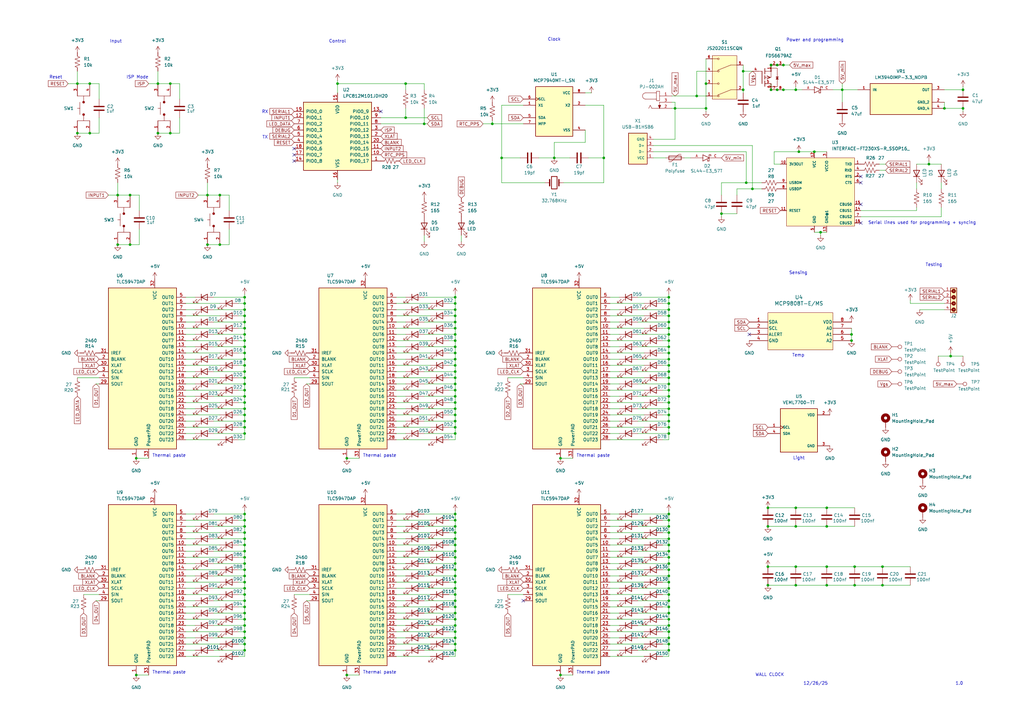
<source format=kicad_sch>
(kicad_sch (version 20231120) (generator "eeschema") (generator_version "8.0")
  (paper "A3")
  (junction (at 55.88 276.86))
  (junction (at 274.32 210.82))
  (junction (at 100.33 228.6))
  (junction (at 274.32 246.38))
  (junction (at 289.56 34.29))
  (junction (at 349.25 137.16))
  (junction (at 326.39 215.9))
  (junction (at 186.69 256.54))
  (junction (at 274.32 170.18))
  (junction (at 138.43 34.29))
  (junction (at 186.69 226.06))
  (junction (at 274.32 165.1))
  (junction (at 304.8 36.83))
  (junction (at 53.34 100.33))
  (junction (at 55.88 187.96))
  (junction (at 64.77 54.61))
  (junction (at 85.09 100.33))
  (junction (at 274.32 248.92))
  (junction (at 349.25 139.7))
  (junction (at 100.33 121.92))
  (junction (at 186.69 137.16))
  (junction (at 48.26 100.33))
  (junction (at 100.33 175.26))
  (junction (at 186.69 142.24))
  (junction (at 186.69 167.64))
  (junction (at 274.32 215.9))
  (junction (at 339.09 232.41))
  (junction (at 274.32 167.64))
  (junction (at 304.8 29.21))
  (junction (at 85.09 80.01))
  (junction (at 274.32 139.7))
  (junction (at 186.69 248.92))
  (junction (at 274.32 218.44))
  (junction (at 186.69 246.38))
  (junction (at 64.77 34.29))
  (junction (at 274.32 243.84))
  (junction (at 274.32 152.4))
  (junction (at 100.33 124.46))
  (junction (at 314.96 215.9))
  (junction (at 205.74 64.77))
  (junction (at 142.24 276.86))
  (junction (at 186.69 218.44))
  (junction (at 274.32 132.08))
  (junction (at 100.33 152.4))
  (junction (at 339.09 208.28))
  (junction (at 274.32 149.86))
  (junction (at 274.32 127))
  (junction (at 36.83 54.61))
  (junction (at 36.83 34.29))
  (junction (at 274.32 259.08))
  (junction (at 274.32 236.22))
  (junction (at 100.33 157.48))
  (junction (at 100.33 215.9))
  (junction (at 186.69 160.02))
  (junction (at 100.33 218.44))
  (junction (at 314.96 232.41))
  (junction (at 394.97 44.45))
  (junction (at 142.24 187.96))
  (junction (at 387.35 44.45))
  (junction (at 274.32 241.3))
  (junction (at 186.69 233.68))
  (junction (at 326.39 208.28))
  (junction (at 186.69 147.32))
  (junction (at 350.52 232.41))
  (junction (at 274.32 228.6))
  (junction (at 314.96 208.28))
  (junction (at 186.69 220.98))
  (junction (at 306.07 74.93))
  (junction (at 274.32 162.56))
  (junction (at 100.33 233.68))
  (junction (at 345.44 36.83))
  (junction (at 100.33 139.7))
  (junction (at 295.91 87.63))
  (junction (at 227.33 64.77))
  (junction (at 100.33 172.72))
  (junction (at 100.33 236.22))
  (junction (at 274.32 238.76))
  (junction (at 186.69 129.54))
  (junction (at 31.75 34.29))
  (junction (at 186.69 231.14))
  (junction (at 186.69 266.7))
  (junction (at 274.32 172.72))
  (junction (at 186.69 154.94))
  (junction (at 274.32 129.54))
  (junction (at 31.75 54.61))
  (junction (at 318.77 36.83))
  (junction (at 274.32 147.32))
  (junction (at 289.56 44.45))
  (junction (at 316.23 26.67))
  (junction (at 186.69 177.8))
  (junction (at 69.85 54.61))
  (junction (at 186.69 172.72))
  (junction (at 326.39 232.41))
  (junction (at 100.33 241.3))
  (junction (at 100.33 231.14))
  (junction (at 321.31 26.67))
  (junction (at 201.93 50.8))
  (junction (at 186.69 121.92))
  (junction (at 274.32 220.98))
  (junction (at 100.33 264.16))
  (junction (at 186.69 264.16))
  (junction (at 100.33 137.16))
  (junction (at 100.33 256.54))
  (junction (at 274.32 213.36))
  (junction (at 100.33 226.06))
  (junction (at 339.09 215.9))
  (junction (at 186.69 157.48))
  (junction (at 186.69 132.08))
  (junction (at 100.33 127))
  (junction (at 274.32 264.16))
  (junction (at 274.32 142.24))
  (junction (at 186.69 152.4))
  (junction (at 274.32 137.16))
  (junction (at 100.33 251.46))
  (junction (at 186.69 228.6))
  (junction (at 53.34 80.01))
  (junction (at 274.32 144.78))
  (junction (at 274.32 134.62))
  (junction (at 321.31 36.83))
  (junction (at 327.66 62.23))
  (junction (at 274.32 124.46))
  (junction (at 100.33 154.94))
  (junction (at 339.09 240.03))
  (junction (at 276.86 44.45))
  (junction (at 186.69 134.62))
  (junction (at 314.96 240.03))
  (junction (at 274.32 261.62))
  (junction (at 308.61 77.47))
  (junction (at 274.32 254))
  (junction (at 100.33 144.78))
  (junction (at 274.32 223.52))
  (junction (at 100.33 149.86))
  (junction (at 100.33 162.56))
  (junction (at 381 67.31))
  (junction (at 186.69 251.46))
  (junction (at 100.33 167.64))
  (junction (at 334.01 62.23))
  (junction (at 90.17 80.01))
  (junction (at 186.69 236.22))
  (junction (at 100.33 132.08))
  (junction (at 100.33 254))
  (junction (at 394.97 36.83))
  (junction (at 186.69 149.86))
  (junction (at 186.69 261.62))
  (junction (at 186.69 223.52))
  (junction (at 186.69 170.18))
  (junction (at 186.69 144.78))
  (junction (at 285.75 39.37))
  (junction (at 100.33 142.24))
  (junction (at 361.95 232.41))
  (junction (at 100.33 129.54))
  (junction (at 274.32 154.94))
  (junction (at 100.33 210.82))
  (junction (at 186.69 241.3))
  (junction (at 229.87 187.96))
  (junction (at 90.17 100.33))
  (junction (at 100.33 246.38))
  (junction (at 186.69 165.1))
  (junction (at 274.32 160.02))
  (junction (at 100.33 261.62))
  (junction (at 350.52 240.03))
  (junction (at 274.32 121.92))
  (junction (at 186.69 259.08))
  (junction (at 318.77 26.67))
  (junction (at 186.69 139.7))
  (junction (at 229.87 276.86))
  (junction (at 48.26 80.01))
  (junction (at 186.69 127))
  (junction (at 100.33 243.84))
  (junction (at 274.32 251.46))
  (junction (at 186.69 254))
  (junction (at 100.33 170.18))
  (junction (at 69.85 34.29))
  (junction (at 326.39 36.83))
  (junction (at 186.69 124.46))
  (junction (at 274.32 231.14))
  (junction (at 186.69 210.82))
  (junction (at 274.32 177.8))
  (junction (at 100.33 223.52))
  (junction (at 274.32 157.48))
  (junction (at 274.32 175.26))
  (junction (at 274.32 233.68))
  (junction (at 100.33 213.36))
  (junction (at 166.37 48.26))
  (junction (at 186.69 162.56))
  (junction (at 247.65 64.77))
  (junction (at 100.33 160.02))
  (junction (at 389.89 146.05))
  (junction (at 100.33 134.62))
  (junction (at 100.33 165.1))
  (junction (at 166.37 34.29))
  (junction (at 186.69 215.9))
  (junction (at 274.32 266.7))
  (junction (at 100.33 238.76))
  (junction (at 186.69 213.36))
  (junction (at 326.39 240.03))
  (junction (at 274.32 226.06))
  (junction (at 100.33 248.92))
  (junction (at 186.69 243.84))
  (junction (at 100.33 220.98))
  (junction (at 100.33 259.08))
  (junction (at 316.23 36.83))
  (junction (at 100.33 147.32))
  (junction (at 274.32 256.54))
  (junction (at 173.99 50.8))
  (junction (at 100.33 266.7))
  (junction (at 186.69 175.26))
  (junction (at 361.95 240.03))
  (junction (at 100.33 177.8))
  (junction (at 336.55 95.25))
  (junction (at 186.69 238.76))
  (no_connect (at 353.06 83.82))
  (no_connect (at 353.06 74.93))
  (no_connect (at 307.34 137.16))
  (no_connect (at 353.06 72.39))
  (no_connect (at 214.63 246.38))
  (no_connect (at 353.06 91.44))
  (no_connect (at 120.65 60.96))
  (no_connect (at 120.65 66.04))
  (no_connect (at 120.65 63.5))
  (no_connect (at 156.21 45.72))
  (wire (pts (xy 250.19 226.06) (xy 254 226.06)))
  (wire (pts (xy 285.75 29.21) (xy 285.75 39.37)))
  (wire (pts (xy 339.09 215.9) (xy 350.52 215.9)))
  (wire (pts (xy 100.33 264.16) (xy 97.79 264.16)))
  (wire (pts (xy 274.32 149.86) (xy 274.32 152.4)))
  (wire (pts (xy 87.63 215.9) (xy 100.33 215.9)))
  (wire (pts (xy 93.98 93.98) (xy 93.98 100.33)))
  (wire (pts (xy 80.01 231.14) (xy 76.2 231.14)))
  (wire (pts (xy 100.33 259.08) (xy 100.33 261.62)))
  (wire (pts (xy 316.23 26.67) (xy 318.77 26.67)))
  (wire (pts (xy 394.97 36.83) (xy 387.35 36.83)))
  (wire (pts (xy 76.2 139.7) (xy 90.17 139.7)))
  (wire (pts (xy 350.52 232.41) (xy 361.95 232.41)))
  (wire (pts (xy 162.56 218.44) (xy 176.53 218.44)))
  (wire (pts (xy 80.01 251.46) (xy 76.2 251.46)))
  (wire (pts (xy 261.62 241.3) (xy 274.32 241.3)))
  (wire (pts (xy 100.33 220.98) (xy 100.33 223.52)))
  (wire (pts (xy 250.19 170.18) (xy 264.16 170.18)))
  (wire (pts (xy 274.32 172.72) (xy 274.32 175.26)))
  (wire (pts (xy 250.19 246.38) (xy 254 246.38)))
  (wire (pts (xy 186.69 124.46) (xy 186.69 127)))
  (wire (pts (xy 250.19 149.86) (xy 264.16 149.86)))
  (wire (pts (xy 250.19 132.08) (xy 254 132.08)))
  (wire (pts (xy 87.63 157.48) (xy 100.33 157.48)))
  (wire (pts (xy 274.32 228.6) (xy 274.32 231.14)))
  (wire (pts (xy 353.06 86.36) (xy 375.92 86.36)))
  (wire (pts (xy 267.97 64.77) (xy 273.05 64.77)))
  (wire (pts (xy 261.62 132.08) (xy 274.32 132.08)))
  (wire (pts (xy 87.63 121.92) (xy 100.33 121.92)))
  (wire (pts (xy 317.5 67.31) (xy 317.5 62.23)))
  (wire (pts (xy 295.91 80.01) (xy 295.91 74.93)))
  (wire (pts (xy 87.63 246.38) (xy 100.33 246.38)))
  (wire (pts (xy 339.09 232.41) (xy 350.52 232.41)))
  (wire (pts (xy 100.33 243.84) (xy 97.79 243.84)))
  (wire (pts (xy 274.32 210.82) (xy 274.32 213.36)))
  (wire (pts (xy 100.33 233.68) (xy 97.79 233.68)))
  (wire (pts (xy 186.69 251.46) (xy 186.69 254)))
  (wire (pts (xy 261.62 152.4) (xy 274.32 152.4)))
  (wire (pts (xy 162.56 160.02) (xy 176.53 160.02)))
  (wire (pts (xy 142.24 187.96) (xy 147.32 187.96)))
  (wire (pts (xy 186.69 236.22) (xy 186.69 238.76)))
  (wire (pts (xy 76.2 144.78) (xy 90.17 144.78)))
  (wire (pts (xy 100.33 129.54) (xy 100.33 132.08)))
  (wire (pts (xy 87.63 127) (xy 100.33 127)))
  (wire (pts (xy 261.62 142.24) (xy 274.32 142.24)))
  (wire (pts (xy 274.32 154.94) (xy 274.32 157.48)))
  (wire (pts (xy 186.69 165.1) (xy 186.69 167.64)))
  (wire (pts (xy 304.8 29.21) (xy 308.61 29.21)))
  (wire (pts (xy 173.99 172.72) (xy 186.69 172.72)))
  (wire (pts (xy 76.2 213.36) (xy 90.17 213.36)))
  (wire (pts (xy 173.99 215.9) (xy 186.69 215.9)))
  (wire (pts (xy 100.33 177.8) (xy 100.33 180.34)))
  (wire (pts (xy 173.99 251.46) (xy 186.69 251.46)))
  (wire (pts (xy 166.37 34.29) (xy 173.99 34.29)))
  (wire (pts (xy 250.19 220.98) (xy 254 220.98)))
  (wire (pts (xy 274.32 157.48) (xy 274.32 160.02)))
  (wire (pts (xy 250.19 228.6) (xy 264.16 228.6)))
  (wire (pts (xy 64.77 29.21) (xy 64.77 34.29)))
  (wire (pts (xy 100.33 165.1) (xy 100.33 167.64)))
  (wire (pts (xy 162.56 269.24) (xy 176.53 269.24)))
  (wire (pts (xy 186.69 259.08) (xy 184.15 259.08)))
  (wire (pts (xy 302.26 77.47) (xy 308.61 77.47)))
  (wire (pts (xy 162.56 172.72) (xy 166.37 172.72)))
  (wire (pts (xy 274.32 134.62) (xy 274.32 137.16)))
  (wire (pts (xy 314.96 208.28) (xy 326.39 208.28)))
  (wire (pts (xy 175.26 48.26) (xy 166.37 48.26)))
  (wire (pts (xy 227.33 64.77) (xy 233.68 64.77)))
  (wire (pts (xy 100.33 129.54) (xy 97.79 129.54)))
  (wire (pts (xy 274.32 238.76) (xy 274.32 241.3)))
  (wire (pts (xy 173.99 266.7) (xy 186.69 266.7)))
  (wire (pts (xy 242.57 38.1) (xy 240.03 38.1)))
  (wire (pts (xy 73.66 34.29) (xy 69.85 34.29)))
  (wire (pts (xy 375.92 74.93) (xy 375.92 77.47)))
  (wire (pts (xy 76.2 243.84) (xy 90.17 243.84)))
  (wire (pts (xy 214.63 43.18) (xy 205.74 43.18)))
  (wire (pts (xy 100.33 144.78) (xy 100.33 147.32)))
  (wire (pts (xy 345.44 34.29) (xy 345.44 36.83)))
  (wire (pts (xy 186.69 165.1) (xy 184.15 165.1)))
  (wire (pts (xy 250.19 264.16) (xy 264.16 264.16)))
  (wire (pts (xy 274.32 170.18) (xy 274.32 172.72)))
  (wire (pts (xy 349.25 137.16) (xy 349.25 139.7)))
  (wire (pts (xy 87.63 172.72) (xy 100.33 172.72)))
  (wire (pts (xy 274.32 139.7) (xy 271.78 139.7)))
  (wire (pts (xy 250.19 243.84) (xy 264.16 243.84)))
  (wire (pts (xy 100.33 209.55) (xy 100.33 210.82)))
  (wire (pts (xy 186.69 175.26) (xy 186.69 177.8)))
  (wire (pts (xy 186.69 264.16) (xy 186.69 266.7)))
  (wire (pts (xy 173.99 162.56) (xy 186.69 162.56)))
  (wire (pts (xy 100.33 127) (xy 100.33 129.54)))
  (wire (pts (xy 76.2 167.64) (xy 80.01 167.64)))
  (wire (pts (xy 186.69 254) (xy 186.69 256.54)))
  (wire (pts (xy 186.69 144.78) (xy 184.15 144.78)))
  (wire (pts (xy 274.32 248.92) (xy 274.32 251.46)))
  (wire (pts (xy 87.63 220.98) (xy 100.33 220.98)))
  (wire (pts (xy 100.33 215.9) (xy 100.33 218.44)))
  (wire (pts (xy 162.56 226.06) (xy 166.37 226.06)))
  (wire (pts (xy 100.33 160.02) (xy 100.33 162.56)))
  (wire (pts (xy 85.09 74.93) (xy 85.09 80.01)))
  (wire (pts (xy 274.32 137.16) (xy 274.32 139.7)))
  (wire (pts (xy 100.33 165.1) (xy 97.79 165.1)))
  (wire (pts (xy 81.28 80.01) (xy 85.09 80.01)))
  (wire (pts (xy 162.56 175.26) (xy 176.53 175.26)))
  (wire (pts (xy 73.66 54.61) (xy 69.85 54.61)))
  (wire (pts (xy 39.37 157.48) (xy 40.64 157.48)))
  (wire (pts (xy 250.19 139.7) (xy 264.16 139.7)))
  (wire (pts (xy 85.09 100.33) (xy 90.17 100.33)))
  (wire (pts (xy 76.2 152.4) (xy 80.01 152.4)))
  (wire (pts (xy 173.99 152.4) (xy 186.69 152.4)))
  (wire (pts (xy 250.19 213.36) (xy 264.16 213.36)))
  (wire (pts (xy 162.56 254) (xy 176.53 254)))
  (wire (pts (xy 76.2 266.7) (xy 80.01 266.7)))
  (wire (pts (xy 162.56 137.16) (xy 166.37 137.16)))
  (wire (pts (xy 274.32 251.46) (xy 274.32 254)))
  (wire (pts (xy 73.66 48.26) (xy 73.66 54.61)))
  (wire (pts (xy 363.22 69.85) (xy 360.68 69.85)))
  (wire (pts (xy 317.5 62.23) (xy 327.66 62.23)))
  (wire (pts (xy 166.37 44.45) (xy 166.37 48.26)))
  (wire (pts (xy 361.95 232.41) (xy 373.38 232.41)))
  (wire (pts (xy 186.69 209.55) (xy 186.69 210.82)))
  (wire (pts (xy 326.39 36.83) (xy 328.93 36.83)))
  (wire (pts (xy 274.32 220.98) (xy 274.32 223.52)))
  (wire (pts (xy 162.56 246.38) (xy 166.37 246.38)))
  (wire (pts (xy 173.99 246.38) (xy 186.69 246.38)))
  (wire (pts (xy 162.56 132.08) (xy 166.37 132.08)))
  (wire (pts (xy 100.33 139.7) (xy 97.79 139.7)))
  (wire (pts (xy 240.03 53.34) (xy 240.03 58.42)))
  (wire (pts (xy 341.63 36.83) (xy 345.44 36.83)))
  (wire (pts (xy 34.29 243.84) (xy 40.64 243.84)))
  (wire (pts (xy 320.04 67.31) (xy 317.5 67.31)))
  (wire (pts (xy 250.19 144.78) (xy 264.16 144.78)))
  (wire (pts (xy 80.01 162.56) (xy 76.2 162.56)))
  (wire (pts (xy 162.56 261.62) (xy 166.37 261.62)))
  (wire (pts (xy 186.69 142.24) (xy 186.69 144.78)))
  (wire (pts (xy 306.07 74.93) (xy 312.42 74.93)))
  (wire (pts (xy 186.69 233.68) (xy 186.69 236.22)))
  (wire (pts (xy 162.56 157.48) (xy 166.37 157.48)))
  (wire (pts (xy 345.44 36.83) (xy 345.44 41.91)))
  (wire (pts (xy 100.33 180.34) (xy 97.79 180.34)))
  (wire (pts (xy 162.56 238.76) (xy 176.53 238.76)))
  (wire (pts (xy 162.56 154.94) (xy 176.53 154.94)))
  (wire (pts (xy 186.69 266.7) (xy 186.69 269.24)))
  (wire (pts (xy 250.19 137.16) (xy 254 137.16)))
  (wire (pts (xy 173.99 241.3) (xy 186.69 241.3)))
  (wire (pts (xy 55.88 276.86) (xy 60.96 276.86)))
  (wire (pts (xy 87.63 261.62) (xy 100.33 261.62)))
  (wire (pts (xy 334.01 62.23) (xy 339.09 62.23)))
  (wire (pts (xy 186.69 152.4) (xy 186.69 154.94)))
  (wire (pts (xy 186.69 254) (xy 184.15 254)))
  (wire (pts (xy 162.56 180.34) (xy 176.53 180.34)))
  (wire (pts (xy 275.59 44.45) (xy 276.86 44.45)))
  (wire (pts (xy 186.69 180.34) (xy 184.15 180.34)))
  (wire (pts (xy 250.19 233.68) (xy 264.16 233.68)))
  (wire (pts (xy 76.2 264.16) (xy 90.17 264.16)))
  (wire (pts (xy 261.62 127) (xy 274.32 127)))
  (wire (pts (xy 100.33 218.44) (xy 97.79 218.44)))
  (wire (pts (xy 295.91 74.93) (xy 306.07 74.93)))
  (wire (pts (xy 57.15 93.98) (xy 57.15 100.33)))
  (wire (pts (xy 250.19 172.72) (xy 254 172.72)))
  (wire (pts (xy 87.63 147.32) (xy 100.33 147.32)))
  (wire (pts (xy 389.89 146.05) (xy 389.89 144.78)))
  (wire (pts (xy 100.33 172.72) (xy 100.33 175.26)))
  (wire (pts (xy 186.69 160.02) (xy 186.69 162.56)))
  (wire (pts (xy 261.62 147.32) (xy 274.32 147.32)))
  (wire (pts (xy 186.69 213.36) (xy 186.69 215.9)))
  (wire (pts (xy 100.33 154.94) (xy 100.33 157.48)))
  (wire (pts (xy 100.33 248.92) (xy 100.33 251.46)))
  (wire (pts (xy 76.2 246.38) (xy 80.01 246.38)))
  (wire (pts (xy 100.33 175.26) (xy 100.33 177.8)))
  (wire (pts (xy 339.09 208.28) (xy 350.52 208.28)))
  (wire (pts (xy 304.8 38.1) (xy 304.8 36.83)))
  (wire (pts (xy 76.2 180.34) (xy 90.17 180.34)))
  (wire (pts (xy 261.62 236.22) (xy 274.32 236.22)))
  (wire (pts (xy 274.32 175.26) (xy 274.32 177.8)))
  (wire (pts (xy 261.62 246.38) (xy 274.32 246.38)))
  (wire (pts (xy 100.33 139.7) (xy 100.33 142.24)))
  (wire (pts (xy 274.32 167.64) (xy 274.32 170.18)))
  (wire (pts (xy 162.56 177.8) (xy 166.37 177.8)))
  (wire (pts (xy 274.32 269.24) (xy 271.78 269.24)))
  (wire (pts (xy 76.2 241.3) (xy 80.01 241.3)))
  (wire (pts (xy 274.32 246.38) (xy 274.32 248.92)))
  (wire (pts (xy 186.69 120.65) (xy 186.69 121.92)))
  (wire (pts (xy 162.56 134.62) (xy 176.53 134.62)))
  (wire (pts (xy 100.33 228.6) (xy 97.79 228.6)))
  (wire (pts (xy 314.96 215.9) (xy 326.39 215.9)))
  (wire (pts (xy 274.32 139.7) (xy 274.32 142.24)))
  (wire (pts (xy 186.69 160.02) (xy 184.15 160.02)))
  (wire (pts (xy 186.69 162.56) (xy 186.69 165.1)))
  (wire (pts (xy 76.2 137.16) (xy 80.01 137.16)))
  (wire (pts (xy 229.87 276.86) (xy 234.95 276.86)))
  (wire (pts (xy 377.19 127) (xy 387.35 127)))
  (wire (pts (xy 361.95 240.03) (xy 373.38 240.03)))
  (wire (pts (xy 162.56 144.78) (xy 176.53 144.78)))
  (wire (pts (xy 87.63 210.82) (xy 100.33 210.82)))
  (wire (pts (xy 44.45 80.01) (xy 48.26 80.01)))
  (wire (pts (xy 250.19 152.4) (xy 254 152.4)))
  (wire (pts (xy 274.32 238.76) (xy 271.78 238.76)))
  (wire (pts (xy 76.2 170.18) (xy 90.17 170.18)))
  (wire (pts (xy 162.56 266.7) (xy 166.37 266.7)))
  (wire (pts (xy 198.12 50.8) (xy 201.93 50.8)))
  (wire (pts (xy 275.59 39.37) (xy 285.75 39.37)))
  (wire (pts (xy 250.19 157.48) (xy 254 157.48)))
  (wire (pts (xy 162.56 124.46) (xy 176.53 124.46)))
  (wire (pts (xy 76.2 177.8) (xy 80.01 177.8)))
  (wire (pts (xy 166.37 142.24) (xy 162.56 142.24)))
  (wire (pts (xy 100.33 154.94) (xy 97.79 154.94)))
  (wire (pts (xy 186.69 223.52) (xy 184.15 223.52)))
  (wire (pts (xy 76.2 254) (xy 90.17 254)))
  (wire (pts (xy 100.33 238.76) (xy 100.33 241.3)))
  (wire (pts (xy 274.32 254) (xy 271.78 254)))
  (wire (pts (xy 247.65 74.93) (xy 247.65 64.77)))
  (wire (pts (xy 100.33 157.48) (xy 100.33 160.02)))
  (wire (pts (xy 336.55 95.25) (xy 339.09 95.25)))
  (wire (pts (xy 100.33 248.92) (xy 97.79 248.92)))
  (wire (pts (xy 162.56 220.98) (xy 166.37 220.98)))
  (wire (pts (xy 274.32 215.9) (xy 274.32 218.44)))
  (wire (pts (xy 55.88 187.96) (xy 60.96 187.96)))
  (wire (pts (xy 274.32 154.94) (xy 271.78 154.94)))
  (wire (pts (xy 186.69 228.6) (xy 184.15 228.6)))
  (wire (pts (xy 308.61 77.47) (xy 308.61 59.69)))
  (wire (pts (xy 189.23 99.06) (xy 189.23 96.52)))
  (wire (pts (xy 138.43 34.29) (xy 138.43 38.1)))
  (wire (pts (xy 250.19 165.1) (xy 264.16 165.1)))
  (wire (pts (xy 289.56 24.13) (xy 289.56 34.29)))
  (wire (pts (xy 36.83 54.61) (xy 40.64 54.61)))
  (wire (pts (xy 138.43 74.93) (xy 138.43 73.66)))
  (wire (pts (xy 304.8 29.21) (xy 304.8 36.83)))
  (wire (pts (xy 274.32 233.68) (xy 274.32 236.22)))
  (wire (pts (xy 76.2 172.72) (xy 80.01 172.72)))
  (wire (pts (xy 64.77 54.61) (xy 69.85 54.61)))
  (wire (pts (xy 173.99 36.83) (xy 173.99 34.29)))
  (wire (pts (xy 208.28 243.84) (xy 214.63 243.84)))
  (wire (pts (xy 100.33 170.18) (xy 100.33 172.72)))
  (wire (pts (xy 186.69 218.44) (xy 186.69 220.98)))
  (wire (pts (xy 240.03 58.42) (xy 227.33 58.42)))
  (wire (pts (xy 274.32 134.62) (xy 271.78 134.62)))
  (wire (pts (xy 162.56 170.18) (xy 176.53 170.18)))
  (wire (pts (xy 318.77 36.83) (xy 321.31 36.83)))
  (wire (pts (xy 274.32 223.52) (xy 274.32 226.06)))
  (wire (pts (xy 186.69 231.14) (xy 186.69 233.68)))
  (wire (pts (xy 250.19 254) (xy 264.16 254)))
  (wire (pts (xy 80.01 142.24) (xy 76.2 142.24)))
  (wire (pts (xy 100.33 124.46) (xy 100.33 127)))
  (wire (pts (xy 57.15 80.01) (xy 53.34 80.01)))
  (wire (pts (xy 100.33 121.92) (xy 100.33 124.46)))
  (wire (pts (xy 250.19 266.7) (xy 254 266.7)))
  (wire (pts (xy 208.28 154.94) (xy 214.63 154.94)))
  (wire (pts (xy 100.33 134.62) (xy 97.79 134.62)))
  (wire (pts (xy 250.19 129.54) (xy 264.16 129.54)))
  (wire (pts (xy 274.32 241.3) (xy 274.32 243.84)))
  (wire (pts (xy 250.19 269.24) (xy 264.16 269.24)))
  (wire (pts (xy 274.32 209.55) (xy 274.32 210.82)))
  (wire (pts (xy 100.33 167.64) (xy 100.33 170.18)))
  (wire (pts (xy 100.33 256.54) (xy 100.33 259.08)))
  (wire (pts (xy 57.15 100.33) (xy 53.34 100.33)))
  (wire (pts (xy 166.37 231.14) (xy 162.56 231.14)))
  (wire (pts (xy 274.32 127) (xy 274.32 129.54)))
  (wire (pts (xy 261.62 261.62) (xy 274.32 261.62)))
  (wire (pts (xy 93.98 80.01) (xy 90.17 80.01)))
  (wire (pts (xy 261.62 251.46) (xy 274.32 251.46)))
  (wire (pts (xy 76.2 149.86) (xy 90.17 149.86)))
  (wire (pts (xy 254 142.24) (xy 250.19 142.24)))
  (wire (pts (xy 93.98 100.33) (xy 90.17 100.33)))
  (wire (pts (xy 274.32 243.84) (xy 271.78 243.84)))
  (wire (pts (xy 162.56 228.6) (xy 176.53 228.6)))
  (wire (pts (xy 73.66 40.64) (xy 73.66 34.29)))
  (wire (pts (xy 186.69 246.38) (xy 186.69 248.92)))
  (wire (pts (xy 205.74 64.77) (xy 205.74 74.93)))
  (wire (pts (xy 40.64 40.64) (xy 40.64 34.29)))
  (wire (pts (xy 186.69 157.48) (xy 186.69 160.02)))
  (wire (pts (xy 274.32 160.02) (xy 271.78 160.02)))
  (wire (pts (xy 80.01 210.82) (xy 76.2 210.82)))
  (wire (pts (xy 289.56 44.45) (xy 289.56 45.72)))
  (wire (pts (xy 100.33 142.24) (xy 100.33 144.78)))
  (wire (pts (xy 247.65 43.18) (xy 240.03 43.18)))
  (wire (pts (xy 394.97 44.45) (xy 394.97 45.72)))
  (wire (pts (xy 276.86 41.91) (xy 276.86 44.45)))
  (wire (pts (xy 250.19 180.34) (xy 264.16 180.34)))
  (wire (pts (xy 173.99 231.14) (xy 186.69 231.14)))
  (wire (pts (xy 261.62 266.7) (xy 274.32 266.7)))
  (wire (pts (xy 173.99 157.48) (xy 186.69 157.48)))
  (wire (pts (xy 76.2 220.98) (xy 80.01 220.98)))
  (wire (pts (xy 31.75 34.29) (xy 36.83 34.29)))
  (wire (pts (xy 100.33 134.62) (xy 100.33 137.16)))
  (wire (pts (xy 186.69 170.18) (xy 184.15 170.18)))
  (wire (pts (xy 250.19 259.08) (xy 264.16 259.08)))
  (wire (pts (xy 213.36 157.48) (xy 214.63 157.48)))
  (wire (pts (xy 274.32 264.16) (xy 274.32 266.7)))
  (wire (pts (xy 336.55 95.25) (xy 336.55 96.52)))
  (wire (pts (xy 250.19 160.02) (xy 264.16 160.02)))
  (wire (pts (xy 349.25 134.62) (xy 349.25 137.16)))
  (wire (pts (xy 186.69 210.82) (xy 186.69 213.36)))
  (wire (pts (xy 76.2 215.9) (xy 80.01 215.9)))
  (wire (pts (xy 306.07 62.23) (xy 267.97 62.23)))
  (wire (pts (xy 39.37 246.38) (xy 40.64 246.38)))
  (wire (pts (xy 100.33 243.84) (xy 100.33 246.38)))
  (wire (pts (xy 186.69 213.36) (xy 184.15 213.36)))
  (wire (pts (xy 261.62 172.72) (xy 274.32 172.72)))
  (wire (pts (xy 186.69 149.86) (xy 184.15 149.86)))
  (wire (pts (xy 276.86 44.45) (xy 276.86 57.15)))
  (wire (pts (xy 87.63 236.22) (xy 100.33 236.22)))
  (wire (pts (xy 250.19 261.62) (xy 254 261.62)))
  (wire (pts (xy 173.99 177.8) (xy 186.69 177.8)))
  (wire (pts (xy 274.32 142.24) (xy 274.32 144.78)))
  (wire (pts (xy 76.2 228.6) (xy 90.17 228.6)))
  (wire (pts (xy 120.65 243.84) (xy 127 243.84)))
  (wire (pts (xy 100.33 269.24) (xy 97.79 269.24)))
  (wire (pts (xy 162.56 165.1) (xy 176.53 165.1)))
  (wire (pts (xy 166.37 210.82) (xy 162.56 210.82)))
  (wire (pts (xy 386.08 85.09) (xy 386.08 88.9)))
  (wire (pts (xy 31.75 154.94) (xy 40.64 154.94)))
  (wire (pts (xy 162.56 248.92) (xy 176.53 248.92)))
  (wire (pts (xy 100.33 251.46) (xy 100.33 254)))
  (wire (pts (xy 254 231.14) (xy 250.19 231.14)))
  (wire (pts (xy 227.33 58.42) (xy 227.33 64.77)))
  (wire (pts (xy 250.19 175.26) (xy 264.16 175.26)))
  (wire (pts (xy 162.56 127) (xy 166.37 127)))
  (wire (pts (xy 261.62 157.48) (xy 274.32 157.48)))
  (wire (pts (xy 250.19 248.92) (xy 264.16 248.92)))
  (wire (pts (xy 173.99 167.64) (xy 186.69 167.64)))
  (wire (pts (xy 162.56 139.7) (xy 176.53 139.7)))
  (wire (pts (xy 186.69 121.92) (xy 186.69 124.46)))
  (wire (pts (xy 186.69 139.7) (xy 186.69 142.24)))
  (wire (pts (xy 186.69 248.92) (xy 186.69 251.46)))
  (wire (pts (xy 186.69 218.44) (xy 184.15 218.44)))
  (wire (pts (xy 231.14 74.93) (xy 247.65 74.93)))
  (wire (pts (xy 87.63 226.06) (xy 100.33 226.06)))
  (wire (pts (xy 162.56 233.68) (xy 176.53 233.68)))
  (wire (pts (xy 186.69 170.18) (xy 186.69 172.72)))
  (wire (pts (xy 295.91 87.63) (xy 302.26 87.63)))
  (wire (pts (xy 205.74 43.18) (xy 205.74 64.77)))
  (wire (pts (xy 201.93 50.8) (xy 214.63 50.8)))
  (wire (pts (xy 381 66.04) (xy 381 67.31)))
  (wire (pts (xy 40.64 48.26) (xy 40.64 54.61)))
  (wire (pts (xy 274.32 218.44) (xy 274.32 220.98)))
  (wire (pts (xy 274.32 213.36) (xy 274.32 215.9)))
  (wire (pts (xy 76.2 218.44) (xy 90.17 218.44)))
  (wire (pts (xy 274.32 129.54) (xy 271.78 129.54)))
  (wire (pts (xy 353.06 88.9) (xy 386.08 88.9)))
  (wire (pts (xy 87.63 167.64) (xy 100.33 167.64)))
  (wire (pts (xy 100.33 160.02) (xy 97.79 160.02)))
  (wire (pts (xy 48.26 74.93) (xy 48.26 80.01)))
  (wire (pts (xy 186.69 261.62) (xy 186.69 264.16)))
  (wire (pts (xy 274.32 124.46) (xy 271.78 124.46)))
  (wire (pts (xy 100.33 149.86) (xy 97.79 149.86)))
  (wire (pts (xy 386.08 74.93) (xy 386.08 77.47)))
  (wire (pts (xy 261.62 210.82) (xy 274.32 210.82)))
  (wire (pts (xy 241.3 64.77) (xy 247.65 64.77)))
  (wire (pts (xy 100.33 223.52) (xy 97.79 223.52)))
  (wire (pts (xy 76.2 132.08) (xy 80.01 132.08)))
  (wire (pts (xy 261.62 226.06) (xy 274.32 226.06)))
  (wire (pts (xy 76.2 248.92) (xy 90.17 248.92)))
  (wire (pts (xy 186.69 172.72) (xy 186.69 175.26)))
  (wire (pts (xy 186.69 167.64) (xy 186.69 170.18)))
  (wire (pts (xy 166.37 251.46) (xy 162.56 251.46)))
  (wire (pts (xy 100.33 132.08) (xy 100.33 134.62)))
  (wire (pts (xy 76.2 134.62) (xy 90.17 134.62)))
  (wire (pts (xy 173.99 147.32) (xy 186.69 147.32)))
  (wire (pts (xy 186.69 139.7) (xy 184.15 139.7)))
  (wire (pts (xy 274.32 121.92) (xy 274.32 124.46)))
  (wire (pts (xy 254 121.92) (xy 250.19 121.92)))
  (wire (pts (xy 254 251.46) (xy 250.19 251.46)))
  (wire (pts (xy 274.32 129.54) (xy 274.32 132.08)))
  (wire (pts (xy 295.91 88.9) (xy 295.91 87.63)))
  (wire (pts (xy 274.32 165.1) (xy 274.32 167.64)))
  (wire (pts (xy 186.69 154.94) (xy 184.15 154.94)))
  (wire (pts (xy 250.19 147.32) (xy 254 147.32)))
  (wire (pts (xy 138.43 34.29) (xy 166.37 34.29)))
  (wire (pts (xy 274.32 124.46) (xy 274.32 127)))
  (wire (pts (xy 48.26 100.33) (xy 53.34 100.33)))
  (wire (pts (xy 275.59 41.91) (xy 276.86 41.91)))
  (wire (pts (xy 48.26 80.01) (xy 53.34 80.01)))
  (wire (pts (xy 318.77 26.67) (xy 321.31 26.67)))
  (wire (pts (xy 274.32 152.4) (xy 274.32 154.94)))
  (wire (pts (xy 254 210.82) (xy 250.19 210.82)))
  (wire (pts (xy 186.69 243.84) (xy 184.15 243.84)))
  (wire (pts (xy 373.38 124.46) (xy 387.35 124.46)))
  (wire (pts (xy 100.33 213.36) (xy 97.79 213.36)))
  (wire (pts (xy 76.2 175.26) (xy 90.17 175.26)))
  (wire (pts (xy 326.39 215.9) (xy 339.09 215.9)))
  (wire (pts (xy 100.33 210.82) (xy 100.33 213.36)))
  (wire (pts (xy 316.23 26.67) (xy 316.23 27.94)))
  (wire (pts (xy 186.69 129.54) (xy 186.69 132.08)))
  (wire (pts (xy 87.63 137.16) (xy 100.33 137.16)))
  (wire (pts (xy 261.62 231.14) (xy 274.32 231.14)))
  (wire (pts (xy 250.19 167.64) (xy 254 167.64)))
  (wire (pts (xy 274.32 160.02) (xy 274.32 162.56)))
  (wire (pts (xy 166.37 34.29) (xy 166.37 36.83)))
  (wire (pts (xy 274.32 259.08) (xy 274.32 261.62)))
  (wire (pts (xy 350.52 240.03) (xy 361.95 240.03)))
  (wire (pts (xy 316.23 34.29) (xy 316.23 36.83)))
  (wire (pts (xy 173.99 127) (xy 186.69 127)))
  (wire (pts (xy 308.61 77.47) (xy 312.42 77.47)))
  (wire (pts (xy 274.32 233.68) (xy 271.78 233.68)))
  (wire (pts (xy 100.33 254) (xy 100.33 256.54)))
  (wire (pts (xy 166.37 121.92) (xy 162.56 121.92)))
  (wire (pts (xy 100.33 261.62) (xy 100.33 264.16)))
  (wire (pts (xy 274.32 266.7) (xy 274.32 269.24)))
  (wire (pts (xy 274.32 177.8) (xy 274.32 180.34)))
  (wire (pts (xy 162.56 256.54) (xy 166.37 256.54)))
  (wire (pts (xy 274.32 259.08) (xy 271.78 259.08)))
  (wire (pts (xy 173.99 121.92) (xy 186.69 121.92)))
  (wire (pts (xy 80.01 121.92) (xy 76.2 121.92)))
  (wire (pts (xy 302.26 80.01) (xy 302.26 77.47)))
  (wire (pts (xy 76.2 261.62) (xy 80.01 261.62)))
  (wire (pts (xy 100.33 218.44) (xy 100.33 220.98)))
  (wire (pts (xy 250.19 215.9) (xy 254 215.9)))
  (wire (pts (xy 261.62 177.8) (xy 274.32 177.8)))
  (wire (pts (xy 304.8 26.67) (xy 304.8 29.21)))
  (wire (pts (xy 186.69 248.92) (xy 184.15 248.92)))
  (wire (pts (xy 125.73 246.38) (xy 127 246.38)))
  (wire (pts (xy 100.33 264.16) (xy 100.33 266.7)))
  (wire (pts (xy 250.19 177.8) (xy 254 177.8)))
  (wire (pts (xy 186.69 144.78) (xy 186.69 147.32)))
  (wire (pts (xy 76.2 259.08) (xy 90.17 259.08)))
  (wire (pts (xy 334.01 95.25) (xy 336.55 95.25)))
  (wire (pts (xy 173.99 256.54) (xy 186.69 256.54)))
  (wire (pts (xy 276.86 44.45) (xy 289.56 44.45)))
  (wire (pts (xy 247.65 64.77) (xy 247.65 43.18)))
  (wire (pts (xy 87.63 142.24) (xy 100.33 142.24)))
  (wire (pts (xy 186.69 243.84) (xy 186.69 246.38)))
  (wire (pts (xy 76.2 157.48) (xy 80.01 157.48)))
  (wire (pts (xy 186.69 220.98) (xy 186.69 223.52)))
  (wire (pts (xy 326.39 208.28) (xy 339.09 208.28)))
  (wire (pts (xy 100.33 246.38) (xy 100.33 248.92)))
  (wire (pts (xy 57.15 86.36) (xy 57.15 80.01)))
  (wire (pts (xy 156.21 50.8) (xy 173.99 50.8)))
  (wire (pts (xy 100.33 120.65) (xy 100.33 121.92)))
  (wire (pts (xy 76.2 238.76) (xy 90.17 238.76)))
  (wire (pts (xy 87.63 162.56) (xy 100.33 162.56)))
  (wire (pts (xy 120.65 154.94) (xy 127 154.94)))
  (wire (pts (xy 339.09 240.03) (xy 350.52 240.03)))
  (wire (pts (xy 274.32 226.06) (xy 274.32 228.6)))
  (wire (pts (xy 76.2 256.54) (xy 80.01 256.54)))
  (wire (pts (xy 93.98 86.36) (xy 93.98 80.01)))
  (wire (pts (xy 162.56 147.32) (xy 166.37 147.32)))
  (wire (pts (xy 186.69 264.16) (xy 184.15 264.16)))
  (wire (pts (xy 261.62 137.16) (xy 274.32 137.16)))
  (wire (pts (xy 186.69 228.6) (xy 186.69 231.14)))
  (wire (pts (xy 186.69 137.16) (xy 186.69 139.7)))
  (wire (pts (xy 162.56 241.3) (xy 166.37 241.3)))
  (wire (pts (xy 274.32 144.78) (xy 271.78 144.78)))
  (wire (pts (xy 173.99 142.24) (xy 186.69 142.24)))
  (wire (pts (xy 87.63 231.14) (xy 100.33 231.14)))
  (wire (pts (xy 76.2 226.06) (xy 80.01 226.06)))
  (wire (pts (xy 186.69 226.06) (xy 186.69 228.6)))
  (wire (pts (xy 100.33 233.68) (xy 100.33 236.22)))
  (wire (pts (xy 283.21 64.77) (xy 280.67 64.77)))
  (wire (pts (xy 142.24 276.86) (xy 147.32 276.86)))
  (wire (pts (xy 250.19 238.76) (xy 264.16 238.76)))
  (wire (pts (xy 186.69 259.08) (xy 186.69 261.62)))
  (wire (pts (xy 186.69 238.76) (xy 184.15 238.76)))
  (wire (pts (xy 229.87 187.96) (xy 234.95 187.96)))
  (wire (pts (xy 186.69 238.76) (xy 186.69 241.3)))
  (wire (pts (xy 274.32 248.92) (xy 271.78 248.92)))
  (wire (pts (xy 220.98 64.77) (xy 227.33 64.77)))
  (wire (pts (xy 87.63 266.7) (xy 100.33 266.7)))
  (wire (pts (xy 100.33 266.7) (xy 100.33 269.24)))
  (wire (pts (xy 375.92 67.31) (xy 381 67.31)))
  (wire (pts (xy 173.99 44.45) (xy 173.99 50.8)))
  (wire (pts (xy 274.32 175.26) (xy 271.78 175.26)))
  (wire (pts (xy 261.62 167.64) (xy 274.32 167.64)))
  (wire (pts (xy 76.2 154.94) (xy 90.17 154.94)))
  (wire (pts (xy 27.94 34.29) (xy 31.75 34.29)))
  (wire (pts (xy 60.96 34.29) (xy 64.77 34.29)))
  (wire (pts (xy 308.61 59.69) (xy 267.97 59.69)))
  (wire (pts (xy 274.32 132.08) (xy 274.32 134.62)))
  (wire (pts (xy 314.96 240.03) (xy 326.39 240.03)))
  (wire (pts (xy 250.19 236.22) (xy 254 236.22)))
  (wire (pts (xy 100.33 149.86) (xy 100.33 152.4)))
  (wire (pts (xy 186.69 149.86) (xy 186.69 152.4)))
  (wire (pts (xy 87.63 132.08) (xy 100.33 132.08)))
  (wire (pts (xy 250.19 223.52) (xy 264.16 223.52)))
  (wire (pts (xy 173.99 99.06) (xy 173.99 96.52)))
  (wire (pts (xy 100.33 226.06) (xy 100.33 228.6)))
  (wire (pts (xy 162.56 243.84) (xy 176.53 243.84)))
  (wire (pts (xy 76.2 165.1) (xy 90.17 165.1)))
  (wire (pts (xy 261.62 162.56) (xy 274.32 162.56)))
  (wire (pts (xy 274.32 256.54) (xy 274.32 259.08)))
  (wire (pts (xy 384.81 146.05) (xy 389.89 146.05)))
  (wire (pts (xy 186.69 175.26) (xy 184.15 175.26)))
  (wire (pts (xy 306.07 74.93) (xy 306.07 62.23)))
  (wire (pts (xy 156.21 48.26) (xy 166.37 48.26)))
  (wire (pts (xy 316.23 36.83) (xy 318.77 36.83)))
  (wire (pts (xy 100.33 213.36) (xy 100.33 215.9)))
  (wire (pts (xy 274.32 228.6) (xy 271.78 228.6)))
  (wire (pts (xy 327.66 62.23) (xy 334.01 62.23)))
  (wire (pts (xy 326.39 36.83) (xy 326.39 35.56)))
  (wire (pts (xy 76.2 269.24) (xy 90.17 269.24)))
  (wire (pts (xy 87.63 241.3) (xy 100.33 241.3)))
  (wire (pts (xy 100.33 147.32) (xy 100.33 149.86)))
  (wire (pts (xy 250.19 241.3) (xy 254 241.3)))
  (wire (pts (xy 100.33 254) (xy 97.79 254)))
  (wire (pts (xy 274.32 218.44) (xy 271.78 218.44)))
  (wire (pts (xy 100.33 238.76) (xy 97.79 238.76)))
  (wire (pts (xy 201.93 49.53) (xy 201.93 50.8)))
  (wire (pts (xy 186.69 215.9) (xy 186.69 218.44)))
  (wire (pts (xy 274.32 254) (xy 274.32 256.54)))
  (wire (pts (xy 274.32 165.1) (xy 271.78 165.1)))
  (wire (pts (xy 186.69 124.46) (xy 184.15 124.46)))
  (wire (pts (xy 100.33 144.78) (xy 97.79 144.78)))
  (wire (pts (xy 289.56 29.21) (xy 285.75 29.21)))
  (wire (pts (xy 162.56 129.54) (xy 176.53 129.54)))
  (wire (pts (xy 186.69 223.52) (xy 186.69 226.06)))
  (wire (pts (xy 162.56 223.52) (xy 176.53 223.52)))
  (wire (pts (xy 274.32 261.62) (xy 274.32 264.16)))
  (wire (pts (xy 76.2 160.02) (xy 90.17 160.02)))
  (wire (pts (xy 186.69 177.8) (xy 186.69 180.34)))
  (wire (pts (xy 274.32 162.56) (xy 274.32 165.1)))
  (wire (pts (xy 274.32 180.34) (xy 271.78 180.34)))
  (wire (pts (xy 76.2 236.22) (xy 80.01 236.22)))
  (wire (pts (xy 173.99 226.06) (xy 186.69 226.06)))
  (wire (pts (xy 125.73 157.48) (xy 127 157.48)))
  (wire (pts (xy 351.79 36.83) (xy 345.44 36.83)))
  (wire (pts (xy 162.56 236.22) (xy 166.37 236.22)))
  (wire (pts (xy 100.33 228.6) (xy 100.33 231.14)))
  (wire (pts (xy 76.2 127) (xy 80.01 127)))
  (wire (pts (xy 274.32 213.36) (xy 271.78 213.36)))
  (wire (pts (xy 289.56 34.29) (xy 289.56 44.45)))
  (wire (pts (xy 162.56 215.9) (xy 166.37 215.9)))
  (wire (pts (xy 87.63 251.46) (xy 100.33 251.46)))
  (wire (pts (xy 375.92 85.09) (xy 375.92 86.36)))
  (wire (pts (xy 267.97 57.15) (xy 276.86 57.15)))
  (wire (pts (xy 205.74 64.77) (xy 213.36 64.77)))
  (wire (pts (xy 31.75 54.61) (xy 36.83 54.61)))
  (wire (pts (xy 289.56 39.37) (xy 285.75 39.37)))
  (wire (pts (xy 274.32 231.14) (xy 274.32 233.68)))
  (wire (pts (xy 250.19 134.62) (xy 264.16 134.62)))
  (wire (pts (xy 100.33 236.22) (xy 100.33 238.76)))
  (wire (pts (xy 100.33 152.4) (xy 100.33 154.94)))
  (wire (pts (xy 186.69 233.68) (xy 184.15 233.68)))
  (wire (pts (xy 173.99 137.16) (xy 186.69 137.16)))
  (wire (pts (xy 394.97 35.56) (xy 394.97 36.83)))
  (wire (pts (xy 76.2 124.46) (xy 90.17 124.46)))
  (wire (pts (xy 87.63 177.8) (xy 100.33 177.8)))
  (wire (pts (xy 274.32 144.78) (xy 274.32 147.32)))
  (wire (pts (xy 100.33 162.56) (xy 100.33 165.1)))
  (wire (pts (xy 321.31 36.83) (xy 326.39 36.83)))
  (wire (pts (xy 162.56 149.86) (xy 176.53 149.86)))
  (wire (pts (xy 173.99 220.98) (xy 186.69 220.98)))
  (wire (pts (xy 250.19 154.94) (xy 264.16 154.94)))
  (wire (pts (xy 40.64 34.29) (xy 36.83 34.29)))
  (wire (pts (xy 387.35 44.45) (xy 394.97 44.45)))
  (wire (pts (xy 162.56 259.08) (xy 176.53 259.08)))
  (wire (pts (xy 186.69 134.62) (xy 184.15 134.62)))
  (wire (pts (xy 261.62 215.9) (xy 274.32 215.9)))
  (wire (pts (xy 100.33 259.08) (xy 97.79 259.08)))
  (wire (pts (xy 274.32 147.32) (xy 274.32 149.86)))
  (wire (pts (xy 100.33 231.14) (xy 100.33 233.68)))
  (wire (pts (xy 173.99 261.62) (xy 186.69 261.62)))
  (wire (pts (xy 138.43 33.02) (xy 138.43 34.29)))
  (wire (pts (xy 250.19 218.44) (xy 264.16 218.44)))
  (wire (pts (xy 175.26 50.8) (xy 173.99 50.8)))
  (wire (pts (xy 186.69 256.54) (xy 186.69 259.08)))
  (wire (pts (xy 381 67.31) (xy 386.08 67.31)))
  (wire (pts (xy 274.32 264.16) (xy 271.78 264.16)))
  (wire (pts (xy 323.85 26.67) (xy 321.31 26.67)))
  (wire (pts (xy 87.63 152.4) (xy 100.33 152.4)))
  (wire (pts (xy 326.39 232.41) (xy 339.09 232.41)))
  (wire (pts (xy 250.19 124.46) (xy 264.16 124.46)))
  (wire (pts (xy 87.63 256.54) (xy 100.33 256.54)))
  (wire (pts (xy 274.32 120.65) (xy 274.32 121.92)))
  (wire (pts (xy 387.35 41.91) (xy 387.35 44.45)))
  (wire (pts (xy 100.33 241.3) (xy 100.33 243.84)))
  (wire (pts (xy 162.56 167.64) (xy 166.37 167.64)))
  (wire (pts (xy 76.2 147.32) (xy 80.01 147.32)))
  (wire (pts (xy 186.69 127) (xy 186.69 129.54)))
  (wire (pts (xy 314.96 232.41) (xy 326.39 232.41)))
  (wire (pts (xy 100.33 170.18) (xy 97.79 170.18)))
  (wire (pts (xy 250.19 256.54) (xy 254 256.54)))
  (wire (pts (xy 274.32 149.86) (xy 271.78 149.86)))
  (wire (pts (xy 274.32 243.84) (xy 274.32 246.38)))
  (wire (pts (xy 186.69 129.54) (xy 184.15 129.54)))
  (wire (pts (xy 162.56 213.36) (xy 176.53 213.36)))
  (wire (pts (xy 274.32 223.52) (xy 271.78 223.52)))
  (wire (pts (xy 100.33 223.52) (xy 100.33 226.06)))
  (wire (pts (xy 186.69 154.94) (xy 186.69 157.48)))
  (wire (pts (xy 261.62 121.92) (xy 274.32 121.92)))
  (wire (pts (xy 173.99 132.08) (xy 186.69 132.08)))
  (wire (pts (xy 173.99 236.22) (xy 186.69 236.22)))
  (wire (pts (xy 274.32 236.22) (xy 274.32 238.76)))
  (wire (pts (xy 100.33 124.46) (xy 97.79 124.46)))
  (wire (pts (xy 186.69 147.32) (xy 186.69 149.86)))
  (wire (pts (xy 31.75 29.21) (xy 31.75 34.29)))
  (wire (pts (xy 162.56 152.4) (xy 166.37 152.4)))
  (wire (pts (xy 76.2 129.54) (xy 90.17 129.54)))
  (wire (pts (xy 254 162.56) (xy 250.19 162.56)))
  (wire (pts (xy 326.39 240.03) (xy 339.09 240.03)))
  (wire (pts (xy 85.09 80.01) (xy 90.17 80.01)))
  (wire (pts (xy 261.62 256.54) (xy 274.32 256.54)))
  (wire (pts (xy 363.22 67.31) (xy 360.68 67.31)))
  (wire (pts (xy 173.99 210.82) (xy 186.69 210.82)))
  (wire (pts (xy 186.69 241.3) (xy 186.69 243.84)))
  (wire (pts (xy 76.2 223.52) (xy 90.17 223.52)))
  (wire (pts (xy 64.77 34.29) (xy 69.85 34.29)))
  (wire (pts (xy 186.69 269.24) (xy 184.15 269.24)))
  (wire (pts (xy 250.19 127) (xy 254 127)))
  (wire (pts (xy 205.74 74.93) (xy 223.52 74.93)))
  (wire (pts (xy 373.38 123.19) (xy 373.38 124.46)))
  (wire (pts (xy 166.37 162.56) (xy 162.56 162.56)))
  (wire (pts (xy 100.33 137.16) (xy 100.33 139.7)))
  (wire (pts (xy 261.62 220.98) (xy 274.32 220.98)))
  (wire (pts (xy 186.69 134.62) (xy 186.69 137.16)))
  (wire (pts (xy 100.33 175.26) (xy 97.79 175.26)))
  (wire (pts (xy 186.69 132.08) (xy 186.69 134.62)))
  (wire (pts (xy 274.32 170.18) (xy 271.78 170.18)))
  (wire (pts (xy 389.89 146.05) (xy 394.97 146.05)))
  (wire (pts (xy 162.56 264.16) (xy 176.53 264.16)))
  (wire (pts (xy 76.2 233.68) (xy 90.17 233.68)))
  (text "Thermal paste" (at 155.702 275.844 0) (effects (font (size 1.27 1.27))))
  (text "Thermal paste" (at 69.342 186.944 0) (effects (font (size 1.27 1.27))))
  (text "Clock" (at 227.33 16.256 0) (effects (font (size 1.27 1.27))))
  (text "Light" (at 327.66 187.96 0) (effects (font (size 1.27 1.27))))
  (text "12/26/25" (at 334.518 280.416 0) (effects (font (size 1.27 1.27))))
  (text "ISP Mode" (at 56.388 31.75 0) (effects (font (size 1.27 1.27))))
  (text "Thermal paste" (at 155.702 186.944 0) (effects (font (size 1.27 1.27))))
  (text "Testing" (at 383.032 108.712 0) (effects (font (size 1.27 1.27))))
  (text "Input" (at 47.498 17.018 0) (effects (font (size 1.27 1.27))))
  (text "Power and programming" (at 334.264 16.51 0) (effects (font (size 1.27 1.27))))
  (text "WALL CLOCK" (at 315.722 276.86 0) (effects (font (size 1.27 1.27))))
  (text "Reset" (at 22.86 31.75 0) (effects (font (size 1.27 1.27))))
  (text "TX" (at 108.712 56.388 0) (effects (font (size 1.27 1.27))))
  (text "Thermal paste" (at 243.332 275.844 0) (effects (font (size 1.27 1.27))))
  (text "Thermal paste" (at 69.342 275.844 0) (effects (font (size 1.27 1.27))))
  (text "RX" (at 108.712 45.974 0) (effects (font (size 1.27 1.27))))
  (text "Serial lines used for programming + syncing" (at 378.206 91.44 0) (effects (font (size 1.27 1.27))))
  (text "Sensing" (at 327.406 112.014 0) (effects (font (size 1.27 1.27))))
  (text "Temp" (at 327.406 145.796 0) (effects (font (size 1.27 1.27))))
  (text "1.0" (at 393.446 280.416 0) (effects (font (size 1.27 1.27))))
  (text "Control" (at 138.43 17.018 0) (effects (font (size 1.27 1.27))))
  (text "Thermal paste" (at 243.332 186.944 0) (effects (font (size 1.27 1.27))))
  (global_label "LED_DATA" (shape input) (at 120.65 50.8 180) (property "Intersheetrefs" "${INTERSHEET_REFS}" (effects (hide yes))))
  (global_label "XLAT" (shape input) (at 127 238.76 180) (property "Intersheetrefs" "${INTERSHEET_REFS}" (effects (hide yes))))
  (global_label "D5_OUT" (shape input) (at 208.28 251.46 270) (property "Intersheetrefs" "${INTERSHEET_REFS}" (effects (hide yes))))
  (global_label "XLAT" (shape input) (at 365.76 147.32 180) (property "Intersheetrefs" "${INTERSHEET_REFS}" (effects (hide yes))))
  (global_label "LED_CLK" (shape input) (at 40.64 241.3 180) (property "Intersheetrefs" "${INTERSHEET_REFS}" (effects (hide yes))))
  (global_label "BLANK" (shape input) (at 40.64 236.22 180) (property "Intersheetrefs" "${INTERSHEET_REFS}" (effects (hide yes))))
  (global_label "LED_CLK" (shape input) (at 163.83 66.04 0) (property "Intersheetrefs" "${INTERSHEET_REFS}" (effects (hide yes))))
  (global_label "INPUT2" (shape input) (at 156.21 60.96 0) (property "Intersheetrefs" "${INTERSHEET_REFS}" (effects (hide yes))))
  (global_label "SERIAL2" (shape input) (at 387.35 121.92 180) (property "Intersheetrefs" "${INTERSHEET_REFS}" (effects (hide yes))))
  (global_label "INPUT2" (shape input) (at 81.28 80.01 180) (property "Intersheetrefs" "${INTERSHEET_REFS}" (effects (hide yes))))
  (global_label "D5_OUT" (shape input) (at 125.73 246.38 270) (property "Intersheetrefs" "${INTERSHEET_REFS}" (effects (hide yes))))
  (global_label "RESET" (shape input) (at 120.65 58.42 180) (property "Intersheetrefs" "${INTERSHEET_REFS}" (effects (hide yes))))
  (global_label "BLANK" (shape input) (at 156.21 58.42 0) (property "Intersheetrefs" "${INTERSHEET_REFS}" (effects (hide yes))))
  (global_label "SDA" (shape input) (at 307.34 132.08 180) (property "Intersheetrefs" "${INTERSHEET_REFS}" (effects (hide yes))))
  (global_label "XLAT" (shape input) (at 40.64 149.86 180) (property "Intersheetrefs" "${INTERSHEET_REFS}" (effects (hide yes))))
  (global_label "SCL" (shape input) (at 314.96 175.26 180) (property "Intersheetrefs" "${INTERSHEET_REFS}" (effects (hide yes))))
  (global_label "D1_OUT" (shape input) (at 39.37 157.48 270) (property "Intersheetrefs" "${INTERSHEET_REFS}" (effects (hide yes))))
  (global_label "LED_CLK" (shape input) (at 214.63 152.4 180) (property "Intersheetrefs" "${INTERSHEET_REFS}" (effects (hide yes))))
  (global_label "SERIAL1" (shape input) (at 120.65 45.72 180) (property "Intersheetrefs" "${INTERSHEET_REFS}" (effects (hide yes))))
  (global_label "SDA" (shape input) (at 175.26 50.8 0) (property "Intersheetrefs" "${INTERSHEET_REFS}" (effects (hide yes))))
  (global_label "5V_max" (shape input) (at 392.43 157.48 180) (property "Intersheetrefs" "${INTERSHEET_REFS}" (effects (hide yes))))
  (global_label "5V_max" (shape input) (at 323.85 26.67 0) (property "Intersheetrefs" "${INTERSHEET_REFS}" (effects (hide yes))))
  (global_label "D1_OUT" (shape input) (at 120.65 162.56 270) (property "Intersheetrefs" "${INTERSHEET_REFS}" (effects (hide yes))))
  (global_label "D3_OUT" (shape input) (at 34.29 251.46 270) (property "Intersheetrefs" "${INTERSHEET_REFS}" (effects (hide yes))))
  (global_label "LED_CLK" (shape input) (at 40.64 152.4 180) (property "Intersheetrefs" "${INTERSHEET_REFS}" (effects (hide yes))))
  (global_label "SDA" (shape input) (at 314.96 177.8 180) (property "Intersheetrefs" "${INTERSHEET_REFS}" (effects (hide yes))))
  (global_label "ISP" (shape input) (at 60.96 34.29 180) (property "Intersheetrefs" "${INTERSHEET_REFS}" (effects (hide yes))))
  (global_label "SCL" (shape input) (at 214.63 40.64 180) (property "Intersheetrefs" "${INTERSHEET_REFS}" (effects (hide yes))))
  (global_label "Vgs" (shape input) (at 365.76 157.48 180) (property "Intersheetrefs" "${INTERSHEET_REFS}" (effects (hide yes))))
  (global_label "RTC_PPS" (shape input) (at 198.12 50.8 180) (property "Intersheetrefs" "${INTERSHEET_REFS}" (effects (hide yes))))
  (global_label "D4_OUT" (shape input) (at 39.37 246.38 270) (property "Intersheetrefs" "${INTERSHEET_REFS}" (effects (hide yes))))
  (global_label "XLAT" (shape input) (at 156.21 55.88 0) (property "Intersheetrefs" "${INTERSHEET_REFS}" (effects (hide yes))))
  (global_label "XLAT" (shape input) (at 40.64 238.76 180) (property "Intersheetrefs" "${INTERSHEET_REFS}" (effects (hide yes))))
  (global_label "LED_DATA" (shape input) (at 31.75 162.56 270) (property "Intersheetrefs" "${INTERSHEET_REFS}" (effects (hide yes))))
  (global_label "BLANK" (shape input) (at 127 236.22 180) (property "Intersheetrefs" "${INTERSHEET_REFS}" (effects (hide yes))))
  (global_label "D3_OUT" (shape input) (at 213.36 157.48 270) (property "Intersheetrefs" "${INTERSHEET_REFS}" (effects (hide yes))))
  (global_label "5V_max" (shape input) (at 276.86 39.37 90) (property "Intersheetrefs" "${INTERSHEET_REFS}" (effects (hide yes))))
  (global_label "BLANK" (shape input) (at 365.76 142.24 180) (property "Intersheetrefs" "${INTERSHEET_REFS}" (effects (hide yes))))
  (global_label "5V_min" (shape input) (at 295.91 64.77 0) (property "Intersheetrefs" "${INTERSHEET_REFS}" (effects (hide yes))))
  (global_label "BLANK" (shape input) (at 40.64 147.32 180) (property "Intersheetrefs" "${INTERSHEET_REFS}" (effects (hide yes))))
  (global_label "D2_OUT" (shape input) (at 125.73 157.48 270) (property "Intersheetrefs" "${INTERSHEET_REFS}" (effects (hide yes))))
  (global_label "INPUT1" (shape input) (at 120.65 48.26 180) (property "Intersheetrefs" "${INTERSHEET_REFS}" (effects (hide yes))))
  (global_label "RESET" (shape input) (at 27.94 34.29 180) (property "Intersheetrefs" "${INTERSHEET_REFS}" (effects (hide yes))))
  (global_label "SDA" (shape input) (at 214.63 48.26 180) (property "Intersheetrefs" "${INTERSHEET_REFS}" (effects (hide yes))))
  (global_label "RTC_PPS" (shape input) (at 156.21 63.5 0) (property "Intersheetrefs" "${INTERSHEET_REFS}" (effects (hide yes))))
  (global_label "DEBUG" (shape input) (at 120.65 53.34 180) (property "Intersheetrefs" "${INTERSHEET_REFS}" (effects (hide yes))))
  (global_label "RESET" (shape input) (at 320.04 86.36 180) (property "Intersheetrefs" "${INTERSHEET_REFS}" (effects (hide yes))))
  (global_label "5V_min" (shape input) (at 345.44 34.29 90) (property "Intersheetrefs" "${INTERSHEET_REFS}" (effects (hide yes))))
  (global_label "SCL" (shape input) (at 307.34 134.62 180) (property "Intersheetrefs" "${INTERSHEET_REFS}" (effects (hide yes))))
  (global_label "SERIAL2" (shape input) (at 363.22 69.85 0) (property "Intersheetrefs" "${INTERSHEET_REFS}" (effects (hide yes))))
  (global_label "Vgs" (shape input) (at 308.61 29.21 270) (property "Intersheetrefs" "${INTERSHEET_REFS}" (effects (hide yes))))
  (global_label "BLANK" (shape input) (at 214.63 236.22 180) (property "Intersheetrefs" "${INTERSHEET_REFS}" (effects (hide yes))))
  (global_label "SCL" (shape input) (at 175.26 48.26 0) (property "Intersheetrefs" "${INTERSHEET_REFS}" (effects (hide yes))))
  (global_label "LED_CLK" (shape input) (at 127 152.4 180) (property "Intersheetrefs" "${INTERSHEET_REFS}" (effects (hide yes))))
  (global_label "DEBUG" (shape input) (at 189.23 81.28 90) (property "Intersheetrefs" "${INTERSHEET_REFS}" (effects (hide yes))))
  (global_label "D4_OUT" (shape input) (at 120.65 251.46 270) (property "Intersheetrefs" "${INTERSHEET_REFS}" (effects (hide yes))))
  (global_label "BLANK" (shape input) (at 214.63 147.32 180) (property "Intersheetrefs" "${INTERSHEET_REFS}" (effects (hide yes))))
  (global_label "BLANK" (shape input) (at 127 147.32 180) (property "Intersheetrefs" "${INTERSHEET_REFS}" (effects (hide yes))))
  (global_label "LED_CLK" (shape input) (at 127 241.3 180) (property "Intersheetrefs" "${INTERSHEET_REFS}" (effects (hide yes))))
  (global_label "SERIAL1" (shape input) (at 387.35 119.38 180) (property "Intersheetrefs" "${INTERSHEET_REFS}" (effects (hide yes))))
  (global_label "D2_OUT" (shape input) (at 208.28 162.56 270) (property "Intersheetrefs" "${INTERSHEET_REFS}" (effects (hide yes))))
  (global_label "SERIAL2" (shape input) (at 120.65 55.88 180) (property "Intersheetrefs" "${INTERSHEET_REFS}" (effects (hide yes))))
  (global_label "DEBUG" (shape input) (at 365.76 152.4 180) (property "Intersheetrefs" "${INTERSHEET_REFS}" (effects (hide yes))))
  (global_label "INPUT1" (shape input) (at 44.45 80.01 180) (property "Intersheetrefs" "${INTERSHEET_REFS}" (effects (hide yes))))
  (global_label "XLAT" (shape input) (at 127 149.86 180) (property "Intersheetrefs" "${INTERSHEET_REFS}" (effects (hide yes))))
  (global_label "LED_CLK" (shape input) (at 214.63 241.3 180) (property "Intersheetrefs" "${INTERSHEET_REFS}" (effects (hide yes))))
  (global_label "XLAT" (shape input) (at 214.63 149.86 180) (property "Intersheetrefs" "${INTERSHEET_REFS}" (effects (hide yes))))
  (global_label "ISP" (shape input) (at 156.21 53.34 0) (property "Intersheetrefs" "${INTERSHEET_REFS}" (effects (hide yes))))
  (global_label "XLAT" (shape input) (at 214.63 238.76 180) (property "Intersheetrefs" "${INTERSHEET_REFS}" (effects (hide yes))))
  (global_label "SERIAL1" (shape input) (at 363.22 67.31 0) (property "Intersheetrefs" "${INTERSHEET_REFS}" (effects (hide yes))))
  (symbol (lib_id "6130XX11121_61300411121:6130XX11121_61300411121") (at 392.43 124.46 270) (unit 1)
    (property "Reference" "J2" (at 391.16 129.54 90))
    (property "Value" "6130XX11121_61300411121" (effects (hide yes)))
    (property "Footprint" "Clock:61300411121" (effects (hide yes)))
  )
  (symbol (lib_id "power:+5V") (at 186.69 120.65 0) (unit 1)
    (property "Reference" "#PWR032" (effects (hide yes)))
    (property "Value" "+5V" (at 186.69 115.57 0))
    (property "Description" "Power symbol creates a global label with name \"+5V\"" (effects (hide yes)))
  )
  (symbol (lib_id "Device:C") (at 302.26 83.82 180) (unit 1)
    (property "Reference" "C9" (at 307.34 82.296 0))
    (property "Value" "47pf" (at 308.102 84.836 0))
    (property "Footprint" "Capacitor_SMD:C_0805_2012Metric" (effects (hide yes)))
    (property "Description" "Unpolarized capacitor" (effects (hide yes)))
  )
  (symbol (lib_id "Device:LED") (at 93.98 259.08 0) (unit 1)
    (property "Reference" "D98" (at 97.536 257.81 0))
    (property "Value" "LED" (effects (hide yes)))
    (property "Footprint" "LED_SMD:LED_1206_3216Metric" (effects (hide yes)))
    (property "Description" "Light emitting diode" (effects (hide yes)))
  )
  (symbol (lib_id "Device:LED") (at 93.98 144.78 0) (unit 1)
    (property "Reference" "D16" (at 97.536 143.51 0))
    (property "Value" "LED" (effects (hide yes)))
    (property "Footprint" "LED_SMD:LED_1206_3216Metric" (effects (hide yes)))
    (property "Description" "Light emitting diode" (effects (hide yes)))
  )
  (symbol (lib_id "Connector:TestPoint") (at 394.97 146.05 180) (unit 1)
    (property "Reference" "TP5" (at 401.828 149.352 0) (effects (justify left)))
    (property "Value" "TestPoint" (at 401.828 151.892 0) (effects (justify left)))
    (property "Footprint" "Clock:HARWIN_S1751-46R" (effects (hide yes)))
    (property "Description" "test point" (effects (hide yes)))
  )
  (symbol (lib_id "power:GND") (at 295.91 88.9 0) (unit 1)
    (property "Reference" "#PWR022" (effects (hide yes)))
    (property "Value" "GND" (at 295.91 93.98 0))
    (property "Description" "Power symbol creates a global label with name \"GND\" , ground" (effects (hide yes)))
  )
  (symbol (lib_id "Device:C") (at 361.95 236.22 180) (unit 1)
    (property "Reference" "C20" (at 366.776 235.458 0))
    (property "Value" "100nf" (at 367.284 237.744 0))
    (property "Footprint" "Capacitor_SMD:C_0805_2012Metric" (effects (hide yes)))
    (property "Description" "Unpolarized capacitor" (effects (hide yes)))
  )
  (symbol (lib_id "Device:LED") (at 267.97 269.24 0) (unit 1)
    (property "Reference" "D150" (at 271.526 267.97 0))
    (property "Value" "LED" (effects (hide yes)))
    (property "Footprint" "LED_SMD:LED_1206_3216Metric" (effects (hide yes)))
    (property "Description" "Light emitting diode" (effects (hide yes)))
  )
  (symbol (lib_id "power:GND") (at 119.38 233.68 270) (unit 1)
    (property "Reference" "#PWR052" (effects (hide yes)))
    (property "Value" "GND" (at 115.57 233.6799 90) (effects (justify right)))
    (property "Description" "Power symbol creates a global label with name \"GND\" , ground" (effects (hide yes)))
  )
  (symbol (lib_id "power:GND") (at 394.97 45.72 0) (unit 1)
    (property "Reference" "#PWR09" (effects (hide yes)))
    (property "Value" "GND" (at 394.97 50.8 0))
    (property "Description" "Power symbol creates a global label with name \"GND\" , ground" (effects (hide yes)))
  )
  (symbol (lib_id "Device:LED") (at 170.18 157.48 0) (unit 1)
    (property "Reference" "D45" (at 173.736 156.21 0))
    (property "Value" "LED" (effects (hide yes)))
    (property "Footprint" "LED_SMD:LED_1206_3216Metric" (effects (hide yes)))
    (property "Description" "Light emitting diode" (effects (hide yes)))
  )
  (symbol (lib_id "Device:LED") (at 93.98 243.84 0) (unit 1)
    (property "Reference" "D92" (at 97.536 242.57 0))
    (property "Value" "LED" (effects (hide yes)))
    (property "Footprint" "LED_SMD:LED_1206_3216Metric" (effects (hide yes)))
    (property "Description" "Light emitting diode" (effects (hide yes)))
  )
  (symbol (lib_id "Device:LED") (at 267.97 160.02 0) (unit 1)
    (property "Reference" "D70" (at 271.526 158.75 0))
    (property "Value" "LED" (effects (hide yes)))
    (property "Footprint" "LED_SMD:LED_1206_3216Metric" (effects (hide yes)))
    (property "Description" "Light emitting diode" (effects (hide yes)))
  )
  (symbol (lib_id "power:GND") (at 119.38 144.78 270) (unit 1)
    (property "Reference" "#PWR035" (effects (hide yes)))
    (property "Value" "GND" (at 115.57 144.7799 90) (effects (justify right)))
    (property "Description" "Power symbol creates a global label with name \"GND\" , ground" (effects (hide yes)))
  )
  (symbol (lib_id "Device:LED") (at 170.18 162.56 0) (unit 1)
    (property "Reference" "D47" (at 173.736 161.29 0))
    (property "Value" "LED" (effects (hide yes)))
    (property "Footprint" "LED_SMD:LED_1206_3216Metric" (effects (hide yes)))
    (property "Description" "Light emitting diode" (effects (hide yes)))
  )
  (symbol (lib_id "Device:R_US") (at 36.83 144.78 90) (unit 1)
    (property "Reference" "R14" (at 34.798 141.986 90) (effects (justify right)))
    (property "Value" "2460" (at 34.798 139.7 90) (effects (justify right)))
    (property "Footprint" "Resistor_SMD:R_0805_2012Metric" (effects (hide yes)))
    (property "Description" "Resistor, US symbol" (effects (hide yes)))
  )
  (symbol (lib_id "power:+3V3") (at 340.36 170.18 0) (unit 1)
    (property "Reference" "#PWR041" (effects (hide yes)))
    (property "Value" "+3V3" (at 340.36 165.1 0))
    (property "Description" "Power symbol creates a global label with name \"+3V3\"" (effects (hide yes)))
  )
  (symbol (lib_id "power:+5V") (at 149.86 114.3 0) (unit 1)
    (property "Reference" "#PWR031" (effects (hide yes)))
    (property "Value" "+5V" (at 149.86 109.22 0))
    (property "Description" "Power symbol creates a global label with name \"+5V\"" (effects (hide yes)))
  )
  (symbol (lib_id "SL44-E3_57T:SL44-E3_57T") (at 290.83 64.77 0) (unit 1)
    (property "Reference" "D2" (at 290.068 68.072 0))
    (property "Value" "SL44-E3_57T" (at 289.814 70.104 0))
    (property "Footprint" "Clock:DIOM7959X262N" (effects (hide yes)))
    (property "DigiKey_Part_Number" "SL44-E3/57TGICT-ND" (effects (hide yes)))
    (property "SnapEDA_Link" "https://www.snapeda.com/parts/SL44-E3/57T/Vishay/view-part/?ref=snap" (effects (hide yes)))
    (property "Description_1" "\n                        \n                            Diode Schottky 40 V 4A Surface Mount DO-214AB (SMC)\n                        \n" (effects (hide yes)))
    (property "MF" "Vishay Semiconductor" (effects (hide yes)))
    (property "Package" "DO-214 Vishay" (effects (hide yes)))
    (property "Check_prices" "https://www.snapeda.com/parts/SL44-E3/57T/Vishay/view-part/?ref=eda" (effects (hide yes)))
    (property "MP" "SL44-E3/57T" (effects (hide yes)))
  )
  (symbol (lib_id "Driver_LED:TLC5947DAP") (at 144.78 152.4 0) (unit 1)
    (property "Reference" "U7" (at 134.112 113.03 0) (effects (justify left)))
    (property "Value" "TLC5947DAP" (at 134.112 115.57 0) (effects (justify left)))
    (property "Footprint" "Package_SO:HTSSOP-32-1EP_6.1x11mm_P0.65mm_EP5.2x11mm_Mask4.11x4.36mm_ThermalVias" (effects (hide yes)))
    (property "Datasheet" "http://www.ti.com/lit/ds/symlink/tlc5947.pdf" (effects (hide yes)))
    (property "Description" "24-Channel, 12-Bit PWM LED Driver, HTSSOP" (effects (hide yes)))
  )
  (symbol (lib_id "Device:LED") (at 180.34 124.46 0) (unit 1)
    (property "Reference" "D32" (at 183.896 123.19 0))
    (property "Value" "LED" (effects (hide yes)))
    (property "Footprint" "LED_SMD:LED_1206_3216Metric" (effects (hide yes)))
    (property "Description" "Light emitting diode" (effects (hide yes)))
  )
  (symbol (lib_id "VEML7700-TT:VEML7700-TT") (at 327.66 177.8 0) (unit 1)
    (property "Reference" "U5" (at 327.66 162.56 0))
    (property "Value" "VEML7700-TT" (at 327.66 165.1 0))
    (property "Footprint" "Clock:XDCR_VEML7700-TT" (effects (hide yes)))
    (property "DigiKey_Part_Number" "751-VEML7700-TTCT-ND" (effects (hide yes)))
    (property "SnapEDA_Link" "https://www.snapeda.com/parts/VEML7700-TT/Vishay/view-part/?ref=snap" (effects (hide yes)))
    (property "MAXIMUM_PACKAGE_HEIGHT" "2.35 mm" (effects (hide yes)))
    (property "Package" "SMD-4 Vishay Semiconductor" (effects (hide yes)))
    (property "Check_prices" "https://www.snapeda.com/parts/VEML7700-TT/Vishay/view-part/?ref=eda" (effects (hide yes)))
    (property "STANDARD" "Manufacturer Recommendations" (effects (hide yes)))
    (property "PARTREV" "1.6" (effects (hide yes)))
    (property "MF" "Vishay Semiconductor" (effects (hide yes)))
    (property "MP" "VEML7700-TT" (effects (hide yes)))
    (property "Description_1" "\n                        \n                            Optical Sensor Ambient - I²C 4-SMD, J-Lead\n                        \n" (effects (hide yes)))
    (property "MANUFACTURER" "Vishay" (effects (hide yes)))
    (property "SNAPEDA_PN" "VEML7700-TT" (effects (hide yes)))
  )
  (symbol (lib_id "Driver_LED:TLC5947DAP") (at 144.78 241.3 0) (unit 1)
    (property "Reference" "U10" (at 134.112 201.93 0) (effects (justify left)))
    (property "Value" "TLC5947DAP" (at 134.112 204.47 0) (effects (justify left)))
    (property "Footprint" "Package_SO:HTSSOP-32-1EP_6.1x11mm_P0.65mm_EP5.2x11mm_Mask4.11x4.36mm_ThermalVias" (effects (hide yes)))
    (property "Datasheet" "http://www.ti.com/lit/ds/symlink/tlc5947.pdf" (effects (hide yes)))
    (property "Description" "24-Channel, 12-Bit PWM LED Driver, HTSSOP" (effects (hide yes)))
  )
  (symbol (lib_id "FDS6679AZ:FDS6679AZ") (at 313.69 31.75 0) (unit 1)
    (property "Reference" "Q1" (at 317.754 20.066 0) (effects (justify left)))
    (property "Value" "FDS6679AZ" (at 313.944 22.86 0) (effects (justify left)))
    (property "Footprint" "Clock:SOIC127P600X175-8N" (effects (hide yes)))
    (property "DigiKey_Part_Number" "FDS6679AZCT-ND" (effects (hide yes)))
    (property "SnapEDA_Link" "https://www.snapeda.com/parts/FDS6679AZ/Onsemi/view-part/?ref=snap" (effects (hide yes)))
    (property "Description_1" "\n                        \n                            P-Channel 30 V 13A (Ta) 2.5W (Ta) Surface Mount 8-SOIC\n                        \n" (effects (hide yes)))
    (property "MF" "ON Semiconductor" (effects (hide yes)))
    (property "Package" "SO-8 ON Semiconductor" (effects (hide yes)))
    (property "Check_prices" "https://www.snapeda.com/parts/FDS6679AZ/Onsemi/view-part/?ref=eda" (effects (hide yes)))
    (property "MP" "FDS6679AZ" (effects (hide yes)))
  )
  (symbol (lib_id "Device:LED") (at 93.98 134.62 0) (unit 1)
    (property "Reference" "D12" (at 97.536 133.35 0))
    (property "Value" "LED" (effects (hide yes)))
    (property "Footprint" "LED_SMD:LED_1206_3216Metric" (effects (hide yes)))
    (property "Description" "Light emitting diode" (effects (hide yes)))
  )
  (symbol (lib_id "Device:LED") (at 257.81 256.54 0) (unit 1)
    (property "Reference" "D145" (at 261.366 255.27 0))
    (property "Value" "LED" (effects (hide yes)))
    (property "Footprint" "LED_SMD:LED_1206_3216Metric" (effects (hide yes)))
    (property "Description" "Light emitting diode" (effects (hide yes)))
  )
  (symbol (lib_id "Device:LED") (at 170.18 147.32 0) (unit 1)
    (property "Reference" "D41" (at 173.736 146.05 0))
    (property "Value" "LED" (effects (hide yes)))
    (property "Footprint" "LED_SMD:LED_1206_3216Metric" (effects (hide yes)))
    (property "Description" "Light emitting diode" (effects (hide yes)))
  )
  (symbol (lib_id "Device:LED") (at 180.34 248.92 0) (unit 1)
    (property "Reference" "D118" (at 183.896 247.65 0))
    (property "Value" "LED" (effects (hide yes)))
    (property "Footprint" "LED_SMD:LED_1206_3216Metric" (effects (hide yes)))
    (property "Description" "Light emitting diode" (effects (hide yes)))
  )
  (symbol (lib_id "Device:LED") (at 83.82 246.38 0) (unit 1)
    (property "Reference" "D93" (at 87.376 245.11 0))
    (property "Value" "LED" (effects (hide yes)))
    (property "Footprint" "LED_SMD:LED_1206_3216Metric" (effects (hide yes)))
    (property "Description" "Light emitting diode" (effects (hide yes)))
  )
  (symbol (lib_id "Device:LED") (at 93.98 124.46 0) (unit 1)
    (property "Reference" "D8" (at 97.536 123.19 0))
    (property "Value" "LED" (effects (hide yes)))
    (property "Footprint" "LED_SMD:LED_1206_3216Metric" (effects (hide yes)))
    (property "Description" "Light emitting diode" (effects (hide yes)))
  )
  (symbol (lib_id "Device:R_US") (at 64.77 25.4 180) (unit 1)
    (property "Reference" "R2" (at 67.31 24.1299 0) (effects (justify right)))
    (property "Value" "10k" (at 67.31 26.6699 0) (effects (justify right)))
    (property "Footprint" "Resistor_SMD:R_0805_2012Metric" (effects (hide yes)))
    (property "Description" "Resistor, US symbol" (effects (hide yes)))
  )
  (symbol (lib_id "Connector:TestPoint") (at 384.81 146.05 180) (unit 1)
    (property "Reference" "TP4" (at 391.668 149.352 0) (effects (justify left)))
    (property "Value" "TestPoint" (at 391.668 151.892 0) (effects (justify left)))
    (property "Footprint" "Clock:HARWIN_S1751-46R" (effects (hide yes)))
    (property "Description" "test point" (effects (hide yes)))
  )
  (symbol (lib_id "Device:LED") (at 257.81 266.7 0) (unit 1)
    (property "Reference" "D149" (at 261.366 265.43 0))
    (property "Value" "LED" (effects (hide yes)))
    (property "Footprint" "LED_SMD:LED_1206_3216Metric" (effects (hide yes)))
    (property "Description" "Light emitting diode" (effects (hide yes)))
  )
  (symbol (lib_id "Device:LED") (at 257.81 132.08 0) (unit 1)
    (property "Reference" "D59" (at 261.366 130.81 0))
    (property "Value" "LED" (effects (hide yes)))
    (property "Footprint" "LED_SMD:LED_1206_3216Metric" (effects (hide yes)))
    (property "Description" "Light emitting diode" (effects (hide yes)))
  )
  (symbol (lib_id "Device:R_US") (at 34.29 247.65 0) (unit 1)
    (property "Reference" "R23" (at 30.734 248.666 0))
    (property "Value" "27" (at 30.988 246.634 0))
    (property "Footprint" "Resistor_SMD:R_0805_2012Metric" (effects (hide yes)))
    (property "Description" "Resistor, US symbol" (effects (hide yes)))
  )
  (symbol (lib_id "Device:R_US") (at 36.83 233.68 90) (unit 1)
    (property "Reference" "R17" (at 34.798 230.886 90) (effects (justify right)))
    (property "Value" "2460" (at 34.798 228.6 90) (effects (justify right)))
    (property "Footprint" "Resistor_SMD:R_0805_2012Metric" (effects (hide yes)))
    (property "Description" "Resistor, US symbol" (effects (hide yes)))
  )
  (symbol (lib_id "Driver_LED:TLC5947DAP") (at 58.42 152.4 0) (unit 1)
    (property "Reference" "U6" (at 47.752 113.03 0) (effects (justify left)))
    (property "Value" "TLC5947DAP" (at 47.752 115.57 0) (effects (justify left)))
    (property "Footprint" "Package_SO:HTSSOP-32-1EP_6.1x11mm_P0.65mm_EP5.2x11mm_Mask4.11x4.36mm_ThermalVias" (effects (hide yes)))
    (property "Datasheet" "http://www.ti.com/lit/ds/symlink/tlc5947.pdf" (effects (hide yes)))
    (property "Description" "24-Channel, 12-Bit PWM LED Driver, HTSSOP" (effects (hide yes)))
  )
  (symbol (lib_id "Device:R_US") (at 173.99 85.09 180) (unit 1)
    (property "Reference" "R12" (at 176.53 83.8199 0) (effects (justify right)))
    (property "Value" "165" (at 176.53 86.3599 0) (effects (justify right)))
    (property "Footprint" "Resistor_SMD:R_0805_2012Metric" (effects (hide yes)))
    (property "Description" "Resistor, US symbol" (effects (hide yes)))
  )
  (symbol (lib_id "Device:LED") (at 93.98 180.34 0) (unit 1)
    (property "Reference" "D30" (at 97.536 179.07 0))
    (property "Value" "LED" (effects (hide yes)))
    (property "Footprint" "LED_SMD:LED_1206_3216Metric" (effects (hide yes)))
    (property "Description" "Light emitting diode" (effects (hide yes)))
  )
  (symbol (lib_id "Device:LED") (at 267.97 238.76 0) (unit 1)
    (property "Reference" "D138" (at 271.526 237.49 0))
    (property "Value" "LED" (effects (hide yes)))
    (property "Footprint" "LED_SMD:LED_1206_3216Metric" (effects (hide yes)))
    (property "Description" "Light emitting diode" (effects (hide yes)))
  )
  (symbol (lib_id "power:+3V3") (at 173.99 81.28 0) (unit 1)
    (property "Reference" "#PWR027" (effects (hide yes)))
    (property "Value" "+3V3" (at 173.99 76.2 0))
    (property "Description" "Power symbol creates a global label with name \"+3V3\"" (effects (hide yes)))
  )
  (symbol (lib_id "Device:LED") (at 257.81 246.38 0) (unit 1)
    (property "Reference" "D141" (at 261.366 245.11 0))
    (property "Value" "LED" (effects (hide yes)))
    (property "Footprint" "LED_SMD:LED_1206_3216Metric" (effects (hide yes)))
    (property "Description" "Light emitting diode" (effects (hide yes)))
  )
  (symbol (lib_id "Device:LED") (at 170.18 152.4 0) (unit 1)
    (property "Reference" "D43" (at 173.736 151.13 0))
    (property "Value" "LED" (effects (hide yes)))
    (property "Footprint" "LED_SMD:LED_1206_3216Metric" (effects (hide yes)))
    (property "Description" "Light emitting diode" (effects (hide yes)))
  )
  (symbol (lib_id "Device:C") (at 345.44 45.72 180) (unit 1)
    (property "Reference" "C5" (at 350.52 44.196 0))
    (property "Value" "47uf" (at 351.282 46.736 0))
    (property "Footprint" "Capacitor_SMD:C_0805_2012Metric" (effects (hide yes)))
    (property "Description" "Unpolarized capacitor" (effects (hide yes)))
  )
  (symbol (lib_id "Device:LED") (at 257.81 231.14 0) (unit 1)
    (property "Reference" "D135" (at 261.366 229.87 0))
    (property "Value" "LED" (effects (hide yes)))
    (property "Footprint" "LED_SMD:LED_1206_3216Metric" (effects (hide yes)))
    (property "Description" "Light emitting diode" (effects (hide yes)))
  )
  (symbol (lib_id "Device:LED") (at 267.97 180.34 0) (unit 1)
    (property "Reference" "D78" (at 271.526 179.07 0))
    (property "Value" "LED" (effects (hide yes)))
    (property "Footprint" "LED_SMD:LED_1206_3216Metric" (effects (hide yes)))
    (property "Description" "Light emitting diode" (effects (hide yes)))
  )
  (symbol (lib_id "Device:LED") (at 257.81 261.62 0) (unit 1)
    (property "Reference" "D147" (at 261.366 260.35 0))
    (property "Value" "LED" (effects (hide yes)))
    (property "Footprint" "LED_SMD:LED_1206_3216Metric" (effects (hide yes)))
    (property "Description" "Light emitting diode" (effects (hide yes)))
  )
  (symbol (lib_id "LM3940IMP-3.3_NOPB:LM3940IMP-3.3_NOPB") (at 369.57 39.37 0) (unit 1)
    (property "Reference" "VR1" (at 369.57 29.21 0))
    (property "Value" "LM3940IMP-3.3_NOPB" (at 369.57 31.75 0))
    (property "Footprint" "Clock:VREG_LM3940IMP-3.3_NOPB" (effects (hide yes)))
    (property "PARTREV" "G" (effects (hide yes)))
    (property "STANDARD" "Manufacturer Recommendations" (effects (hide yes)))
    (property "MAXIMUM_PACKAGE_HEIGHT" "1.80 mm" (effects (hide yes)))
    (property "MANUFACTURER" "Texas Instruments" (effects (hide yes)))
  )
  (symbol (lib_id "Device:C") (at 326.39 212.09 180) (unit 1)
    (property "Reference" "C13" (at 331.216 211.328 0))
    (property "Value" "100nf" (at 331.724 213.614 0))
    (property "Footprint" "Capacitor_SMD:C_0805_2012Metric" (effects (hide yes)))
    (property "Description" "Unpolarized capacitor" (effects (hide yes)))
  )
  (symbol (lib_id "Device:LED") (at 93.98 170.18 0) (unit 1)
    (property "Reference" "D26" (at 97.536 168.91 0))
    (property "Value" "LED" (effects (hide yes)))
    (property "Footprint" "LED_SMD:LED_1206_3216Metric" (effects (hide yes)))
    (property "Description" "Light emitting diode" (effects (hide yes)))
  )
  (symbol (lib_id "power:+5V") (at 389.89 144.78 0) (unit 1)
    (property "Reference" "#PWR064" (effects (hide yes)))
    (property "Value" "+5V" (at 389.8901 140.97 90) (effects (justify left)))
    (property "Description" "Power symbol creates a global label with name \"+5V\"" (effects (hide yes)))
  )
  (symbol (lib_id "Device:LED") (at 83.82 226.06 0) (unit 1)
    (property "Reference" "D85" (at 87.376 224.79 0))
    (property "Value" "LED" (effects (hide yes)))
    (property "Footprint" "LED_SMD:LED_1206_3216Metric" (effects (hide yes)))
    (property "Description" "Light emitting diode" (effects (hide yes)))
  )
  (symbol (lib_id "power:+3V3") (at 373.38 123.19 0) (mirror y) (unit 1)
    (property "Reference" "#PWR058" (effects (hide yes)))
    (property "Value" "+3V3" (at 373.38 118.872 0))
    (property "Description" "Power symbol creates a global label with name \"+3V3\"" (effects (hide yes)))
  )
  (symbol (lib_id "power:GND") (at 31.75 54.61 0) (unit 1)
    (property "Reference" "#PWR012" (effects (hide yes)))
    (property "Value" "GND" (at 31.75 59.69 0))
    (property "Description" "Power symbol creates a global label with name \"GND\" , ground" (effects (hide yes)))
  )
  (symbol (lib_id "power:GND") (at 378.46 198.12 0) (unit 1)
    (property "Reference" "#PWR065" (effects (hide yes)))
    (property "Value" "GND" (at 378.46 203.2 0))
    (property "Description" "Power symbol creates a global label with name \"GND\" , ground" (effects (hide yes)))
  )
  (symbol (lib_id "Device:LED") (at 180.34 259.08 0) (unit 1)
    (property "Reference" "D122" (at 183.896 257.81 0))
    (property "Value" "LED" (effects (hide yes)))
    (property "Footprint" "LED_SMD:LED_1206_3216Metric" (effects (hide yes)))
    (property "Description" "Light emitting diode" (effects (hide yes)))
  )
  (symbol (lib_id "Device:R_US") (at 85.09 71.12 180) (unit 1)
    (property "Reference" "R7" (at 87.63 69.8499 0) (effects (justify right)))
    (property "Value" "10k" (at 87.63 72.3899 0) (effects (justify right)))
    (property "Footprint" "Resistor_SMD:R_0805_2012Metric" (effects (hide yes)))
    (property "Description" "Resistor, US symbol" (effects (hide yes)))
  )
  (symbol (lib_id "Device:C") (at 394.97 40.64 180) (unit 1)
    (property "Reference" "C1" (at 400.05 39.116 0))
    (property "Value" "47uf" (at 400.812 41.656 0))
    (property "Footprint" "Capacitor_SMD:C_0805_2012Metric" (effects (hide yes)))
    (property "Description" "Unpolarized capacitor" (effects (hide yes)))
  )
  (symbol (lib_id "Device:LED") (at 170.18 256.54 0) (unit 1)
    (property "Reference" "D121" (at 173.736 255.27 0))
    (property "Value" "LED" (effects (hide yes)))
    (property "Footprint" "LED_SMD:LED_1206_3216Metric" (effects (hide yes)))
    (property "Description" "Light emitting diode" (effects (hide yes)))
  )
  (symbol (lib_id "Device:LED") (at 267.97 129.54 0) (unit 1)
    (property "Reference" "D58" (at 271.526 128.27 0))
    (property "Value" "LED" (effects (hide yes)))
    (property "Footprint" "LED_SMD:LED_1206_3216Metric" (effects (hide yes)))
    (property "Description" "Light emitting diode" (effects (hide yes)))
  )
  (symbol (lib_id "Device:C") (at 93.98 90.17 0) (unit 1)
    (property "Reference" "C11" (at 98.552 89.408 0))
    (property "Value" "1uf" (at 98.552 91.186 0))
    (property "Footprint" "Capacitor_SMD:C_0805_2012Metric" (effects (hide yes)))
    (property "Description" "Unpolarized capacitor" (effects (hide yes)))
  )
  (symbol (lib_id "TL3305AF260QG:TL3305AF260QG") (at 67.31 44.45 90) (unit 1)
    (property "Reference" "SW2" (at 59.182 44.45 90) (effects (justify right)))
    (property "Value" "TL3305AF260QG" (effects (hide yes)))
    (property "Footprint" "Clock:SW_TL3305AF260QG" (effects (hide yes)))
    (property "PARTREV" "C" (effects (hide yes)))
    (property "MANUFACTURER" "E-Switch" (effects (hide yes)))
    (property "MAXIMUM_PACKAGE_HEIGHT" "3.8mm" (effects (hide yes)))
    (property "STANDARD" "Manufacturer recommendations" (effects (hide yes)))
  )
  (symbol (lib_id "Device:LED") (at 267.97 165.1 0) (unit 1)
    (property "Reference" "D72" (at 271.526 163.83 0))
    (property "Value" "LED" (effects (hide yes)))
    (property "Footprint" "LED_SMD:LED_1206_3216Metric" (effects (hide yes)))
    (property "Description" "Light emitting diode" (effects (hide yes)))
  )
  (symbol (lib_id "Device:LED") (at 170.18 241.3 0) (unit 1)
    (property "Reference" "D115" (at 173.736 240.03 0))
    (property "Value" "LED" (effects (hide yes)))
    (property "Footprint" "LED_SMD:LED_1206_3216Metric" (effects (hide yes)))
    (property "Description" "Light emitting diode" (effects (hide yes)))
  )
  (symbol (lib_id "Device:LED") (at 83.82 261.62 0) (unit 1)
    (property "Reference" "D99" (at 87.376 260.35 0))
    (property "Value" "LED" (effects (hide yes)))
    (property "Footprint" "LED_SMD:LED_1206_3216Metric" (effects (hide yes)))
    (property "Description" "Light emitting diode" (effects (hide yes)))
  )
  (symbol (lib_id "Device:LED") (at 257.81 162.56 0) (unit 1)
    (property "Reference" "D71" (at 261.366 161.29 0))
    (property "Value" "LED" (effects (hide yes)))
    (property "Footprint" "LED_SMD:LED_1206_3216Metric" (effects (hide yes)))
    (property "Description" "Light emitting diode" (effects (hide yes)))
  )
  (symbol (lib_id "power:GND") (at 64.77 54.61 0) (unit 1)
    (property "Reference" "#PWR013" (effects (hide yes)))
    (property "Value" "GND" (at 64.77 59.69 0))
    (property "Description" "Power symbol creates a global label with name \"GND\" , ground" (effects (hide yes)))
  )
  (symbol (lib_id "power:+3V3") (at 201.93 41.91 0) (unit 1)
    (property "Reference" "#PWR08" (effects (hide yes)))
    (property "Value" "+3V3" (at 201.93 36.83 0))
    (property "Description" "Power symbol creates a global label with name \"+3V3\"" (effects (hide yes)))
  )
  (symbol (lib_id "power:+3V3") (at 31.75 21.59 0) (unit 1)
    (property "Reference" "#PWR01" (effects (hide yes)))
    (property "Value" "+3V3" (at 31.75 16.51 0))
    (property "Description" "Power symbol creates a global label with name \"+3V3\"" (effects (hide yes)))
  )
  (symbol (lib_id "Device:LED") (at 267.97 264.16 0) (unit 1)
    (property "Reference" "D148" (at 271.526 262.89 0))
    (property "Value" "LED" (effects (hide yes)))
    (property "Footprint" "LED_SMD:LED_1206_3216Metric" (effects (hide yes)))
    (property "Description" "Light emitting diode" (effects (hide yes)))
  )
  (symbol (lib_id "Device:LED") (at 267.97 124.46 0) (unit 1)
    (property "Reference" "D56" (at 271.526 123.19 0))
    (property "Value" "LED" (effects (hide yes)))
    (property "Footprint" "LED_SMD:LED_1206_3216Metric" (effects (hide yes)))
    (property "Description" "Light emitting diode" (effects (hide yes)))
  )
  (symbol (lib_id "MCP9808T_E_MS:MCP9808T-E_MS") (at 297.18 132.08 0) (unit 1)
    (property "Reference" "U4" (at 327.66 121.92 0) (effects (font (size 1.524 1.524))))
    (property "Value" "MCP9808T-E/MS" (at 327.66 124.46 0) (effects (font (size 1.524 1.524))))
    (property "Footprint" "Clock:MCP9808T" (effects (hide yes)))
    (property "Datasheet" "MCP9808T-E/MS" (effects (hide yes)))
  )
  (symbol (lib_id "Device:R_US") (at 120.65 158.75 0) (unit 1)
    (property "Reference" "R21" (at 117.094 159.766 0))
    (property "Value" "27" (at 117.348 157.734 0))
    (property "Footprint" "Resistor_SMD:R_0805_2012Metric" (effects (hide yes)))
    (property "Description" "Resistor, US symbol" (effects (hide yes)))
  )
  (symbol (lib_id "Device:LED") (at 93.98 154.94 0) (unit 1)
    (property "Reference" "D20" (at 97.536 153.67 0))
    (property "Value" "LED" (effects (hide yes)))
    (property "Footprint" "LED_SMD:LED_1206_3216Metric" (effects (hide yes)))
    (property "Description" "Light emitting diode" (effects (hide yes)))
  )
  (symbol (lib_id "Device:LED") (at 180.34 149.86 0) (unit 1)
    (property "Reference" "D42" (at 183.896 148.59 0))
    (property "Value" "LED" (effects (hide yes)))
    (property "Footprint" "LED_SMD:LED_1206_3216Metric" (effects (hide yes)))
    (property "Description" "Light emitting diode" (effects (hide yes)))
  )
  (symbol (lib_id "Device:LED") (at 170.18 261.62 0) (unit 1)
    (property "Reference" "D123" (at 173.736 260.35 0))
    (property "Value" "LED" (effects (hide yes)))
    (property "Footprint" "LED_SMD:LED_1206_3216Metric" (effects (hide yes)))
    (property "Description" "Light emitting diode" (effects (hide yes)))
  )
  (symbol (lib_id "Device:LED") (at 180.34 243.84 0) (unit 1)
    (property "Reference" "D116" (at 183.896 242.57 0))
    (property "Value" "LED" (effects (hide yes)))
    (property "Footprint" "LED_SMD:LED_1206_3216Metric" (effects (hide yes)))
    (property "Description" "Light emitting diode" (effects (hide yes)))
  )
  (symbol (lib_id "power:GND") (at 363.22 189.23 0) (unit 1)
    (property "Reference" "#PWR019" (effects (hide yes)))
    (property "Value" "GND" (at 363.22 194.31 0))
    (property "Description" "Power symbol creates a global label with name \"GND\" , ground" (effects (hide yes)))
  )
  (symbol (lib_id "Device:LED") (at 375.92 71.12 90) (unit 1)
    (property "Reference" "D3" (at 381.762 70.866 0))
    (property "Value" "LED" (at 379.222 70.866 0))
    (property "Footprint" "LED_SMD:LED_0805_2012Metric" (effects (hide yes)))
    (property "Description" "Light emitting diode" (effects (hide yes)))
  )
  (symbol (lib_id "Device:LED") (at 267.97 218.44 0) (unit 1)
    (property "Reference" "D130" (at 271.526 217.17 0))
    (property "Value" "LED" (effects (hide yes)))
    (property "Footprint" "LED_SMD:LED_1206_3216Metric" (effects (hide yes)))
    (property "Description" "Light emitting diode" (effects (hide yes)))
  )
  (symbol (lib_id "Device:LED") (at 83.82 251.46 0) (unit 1)
    (property "Reference" "D95" (at 87.376 250.19 0))
    (property "Value" "LED" (effects (hide yes)))
    (property "Footprint" "LED_SMD:LED_1206_3216Metric" (effects (hide yes)))
    (property "Description" "Light emitting diode" (effects (hide yes)))
  )
  (symbol (lib_id "Device:LED") (at 83.82 220.98 0) (unit 1)
    (property "Reference" "D83" (at 87.376 219.71 0))
    (property "Value" "LED" (effects (hide yes)))
    (property "Footprint" "LED_SMD:LED_1206_3216Metric" (effects (hide yes)))
    (property "Description" "Light emitting diode" (effects (hide yes)))
  )
  (symbol (lib_id "Device:R_US") (at 208.28 247.65 0) (unit 1)
    (property "Reference" "R25" (at 204.724 248.666 0))
    (property "Value" "27" (at 204.978 246.634 0))
    (property "Footprint" "Resistor_SMD:R_0805_2012Metric" (effects (hide yes)))
    (property "Description" "Resistor, US symbol" (effects (hide yes)))
  )
  (symbol (lib_id "Device:LED") (at 93.98 213.36 0) (unit 1)
    (property "Reference" "D80" (at 97.536 212.09 0))
    (property "Value" "LED" (effects (hide yes)))
    (property "Footprint" "LED_SMD:LED_1206_3216Metric" (effects (hide yes)))
    (property "Description" "Light emitting diode" (effects (hide yes)))
  )
  (symbol (lib_id "Device:LED") (at 170.18 167.64 0) (unit 1)
    (property "Reference" "D49" (at 173.736 166.37 0))
    (property "Value" "LED" (effects (hide yes)))
    (property "Footprint" "LED_SMD:LED_1206_3216Metric" (effects (hide yes)))
    (property "Description" "Light emitting diode" (effects (hide yes)))
  )
  (symbol (lib_id "power:GND") (at 227.33 64.77 0) (unit 1)
    (property "Reference" "#PWR015" (effects (hide yes)))
    (property "Value" "GND" (at 227.33 69.85 0))
    (property "Description" "Power symbol creates a global label with name \"GND\" , ground" (effects (hide yes)))
  )
  (symbol (lib_id "Device:LED") (at 257.81 177.8 0) (unit 1)
    (property "Reference" "D77" (at 261.366 176.53 0))
    (property "Value" "LED" (effects (hide yes)))
    (property "Footprint" "LED_SMD:LED_1206_3216Metric" (effects (hide yes)))
    (property "Description" "Light emitting diode" (effects (hide yes)))
  )
  (symbol (lib_id "Device:C") (at 339.09 212.09 180) (unit 1)
    (property "Reference" "C14" (at 343.916 211.328 0))
    (property "Value" "100nf" (at 344.424 213.614 0))
    (property "Footprint" "Capacitor_SMD:C_0805_2012Metric" (effects (hide yes)))
    (property "Description" "Unpolarized capacitor" (effects (hide yes)))
  )
  (symbol (lib_id "Device:LED") (at 180.34 228.6 0) (unit 1)
    (property "Reference" "D110" (at 183.896 227.33 0))
    (property "Value" "LED" (effects (hide yes)))
    (property "Footprint" "LED_SMD:LED_1206_3216Metric" (effects (hide yes)))
    (property "Description" "Light emitting diode" (effects (hide yes)))
  )
  (symbol (lib_id "Device:R_US") (at 160.02 66.04 90) (unit 1)
    (property "Reference" "R28" (at 158.496 68.58 90))
    (property "Value" "27" (at 162.306 68.58 90))
    (property "Footprint" "Resistor_SMD:R_0805_2012Metric" (effects (hide yes)))
    (property "Description" "Resistor, US symbol" (effects (hide yes)))
  )
  (symbol (lib_id "Device:LED") (at 83.82 142.24 0) (unit 1)
    (property "Reference" "D15" (at 87.376 140.97 0))
    (property "Value" "LED" (effects (hide yes)))
    (property "Footprint" "LED_SMD:LED_1206_3216Metric" (effects (hide yes)))
    (property "Description" "Light emitting diode" (effects (hide yes)))
  )
  (symbol (lib_id "Device:LED") (at 267.97 175.26 0) (unit 1)
    (property "Reference" "D76" (at 271.526 173.99 0))
    (property "Value" "LED" (effects (hide yes)))
    (property "Footprint" "LED_SMD:LED_1206_3216Metric" (effects (hide yes)))
    (property "Description" "Light emitting diode" (effects (hide yes)))
  )
  (symbol (lib_id "power:GND") (at 48.26 100.33 0) (unit 1)
    (property "Reference" "#PWR024" (effects (hide yes)))
    (property "Value" "GND" (at 48.26 105.41 0))
    (property "Description" "Power symbol creates a global label with name \"GND\" , ground" (effects (hide yes)))
  )
  (symbol (lib_id "Device:LED") (at 267.97 228.6 0) (unit 1)
    (property "Reference" "D134" (at 271.526 227.33 0))
    (property "Value" "LED" (effects (hide yes)))
    (property "Footprint" "LED_SMD:LED_1206_3216Metric" (effects (hide yes)))
    (property "Description" "Light emitting diode" (effects (hide yes)))
  )
  (symbol (lib_id "Device:LED") (at 170.18 142.24 0) (unit 1)
    (property "Reference" "D39" (at 173.736 140.97 0))
    (property "Value" "LED" (effects (hide yes)))
    (property "Footprint" "LED_SMD:LED_1206_3216Metric" (effects (hide yes)))
    (property "Description" "Light emitting diode" (effects (hide yes)))
  )
  (symbol (lib_id "Device:LED") (at 180.34 223.52 0) (unit 1)
    (property "Reference" "D108" (at 183.896 222.25 0))
    (property "Value" "LED" (effects (hide yes)))
    (property "Footprint" "LED_SMD:LED_1206_3216Metric" (effects (hide yes)))
    (property "Description" "Light emitting diode" (effects (hide yes)))
  )
  (symbol (lib_id "Driver_LED:TLC5947DAP") (at 232.41 241.3 0) (unit 1)
    (property "Reference" "U11" (at 221.742 201.93 0) (effects (justify left)))
    (property "Value" "TLC5947DAP" (at 221.742 204.47 0) (effects (justify left)))
    (property "Footprint" "Package_SO:HTSSOP-32-1EP_6.1x11mm_P0.65mm_EP5.2x11mm_Mask4.11x4.36mm_ThermalVias" (effects (hide yes)))
    (property "Datasheet" "http://www.ti.com/lit/ds/symlink/tlc5947.pdf" (effects (hide yes)))
    (property "Description" "24-Channel, 12-Bit PWM LED Driver, HTSSOP" (effects (hide yes)))
  )
  (symbol (lib_id "Device:C") (at 373.38 236.22 180) (unit 1)
    (property "Reference" "C21" (at 378.206 235.458 0))
    (property "Value" "100nf" (at 378.714 237.744 0))
    (property "Footprint" "Capacitor_SMD:C_0805_2012Metric" (effects (hide yes)))
    (property "Description" "Unpolarized capacitor" (effects (hide yes)))
  )
  (symbol (lib_id "Device:LED") (at 180.34 218.44 0) (unit 1)
    (property "Reference" "D106" (at 183.896 217.17 0))
    (property "Value" "LED" (effects (hide yes)))
    (property "Footprint" "LED_SMD:LED_1206_3216Metric" (effects (hide yes)))
    (property "Description" "Light emitting diode" (effects (hide yes)))
  )
  (symbol (lib_id "power:GND") (at 289.56 45.72 0) (unit 1)
    (property "Reference" "#PWR021" (effects (hide yes)))
    (property "Value" "GND" (at 289.56 50.8 0))
    (property "Description" "Power symbol creates a global label with name \"GND\" , ground" (effects (hide yes)))
  )
  (symbol (lib_id "Device:LED") (at 83.82 121.92 0) (unit 1)
    (property "Reference" "D7" (at 87.376 120.65 0))
    (property "Value" "LED" (effects (hide yes)))
    (property "Footprint" "LED_SMD:LED_1206_3216Metric" (effects (hide yes)))
    (property "Description" "Light emitting diode" (effects (hide yes)))
  )
  (symbol (lib_id "power:GND") (at 33.02 144.78 270) (unit 1)
    (property "Reference" "#PWR034" (effects (hide yes)))
    (property "Value" "GND" (at 29.21 144.7799 90) (effects (justify right)))
    (property "Description" "Power symbol creates a global label with name \"GND\" , ground" (effects (hide yes)))
  )
  (symbol (lib_id "Device:LED") (at 386.08 71.12 90) (unit 1)
    (property "Reference" "D4" (at 391.922 70.866 0))
    (property "Value" "LED" (at 389.382 70.866 0))
    (property "Footprint" "LED_SMD:LED_0805_2012Metric" (effects (hide yes)))
    (property "Description" "Light emitting diode" (effects (hide yes)))
  )
  (symbol (lib_id "Device:LED") (at 83.82 236.22 0) (unit 1)
    (property "Reference" "D89" (at 87.376 234.95 0))
    (property "Value" "LED" (effects (hide yes)))
    (property "Footprint" "LED_SMD:LED_1206_3216Metric" (effects (hide yes)))
    (property "Description" "Light emitting diode" (effects (hide yes)))
  )
  (symbol (lib_id "Driver_LED:TLC5947DAP") (at 58.42 241.3 0) (unit 1)
    (property "Reference" "U9" (at 47.752 201.93 0) (effects (justify left)))
    (property "Value" "TLC5947DAP" (at 47.752 204.47 0) (effects (justify left)))
    (property "Footprint" "Package_SO:HTSSOP-32-1EP_6.1x11mm_P0.65mm_EP5.2x11mm_Mask4.11x4.36mm_ThermalVias" (effects (hide yes)))
    (property "Datasheet" "http://www.ti.com/lit/ds/symlink/tlc5947.pdf" (effects (hide yes)))
    (property "Description" "24-Channel, 12-Bit PWM LED Driver, HTSSOP" (effects (hide yes)))
  )
  (symbol (lib_id "power:+3V3") (at 394.97 35.56 0) (unit 1)
    (property "Reference" "#PWR05" (effects (hide yes)))
    (property "Value" "+3V3" (at 394.97 30.48 0))
    (property "Description" "Power symbol creates a global label with name \"+3V3\"" (effects (hide yes)))
  )
  (symbol (lib_id "Device:LED") (at 83.82 157.48 0) (unit 1)
    (property "Reference" "D21" (at 87.376 156.21 0))
    (property "Value" "LED" (effects (hide yes)))
    (property "Footprint" "LED_SMD:LED_1206_3216Metric" (effects (hide yes)))
    (property "Description" "Light emitting diode" (effects (hide yes)))
  )
  (symbol (lib_id "Device:LED") (at 93.98 254 0) (unit 1)
    (property "Reference" "D96" (at 97.536 252.73 0))
    (property "Value" "LED" (effects (hide yes)))
    (property "Footprint" "LED_SMD:LED_1206_3216Metric" (effects (hide yes)))
    (property "Description" "Light emitting diode" (effects (hide yes)))
  )
  (symbol (lib_id "Device:R_US") (at 210.82 233.68 90) (unit 1)
    (property "Reference" "R19" (at 208.788 230.886 90) (effects (justify right)))
    (property "Value" "2460" (at 208.788 228.6 90) (effects (justify right)))
    (property "Footprint" "Resistor_SMD:R_0805_2012Metric" (effects (hide yes)))
    (property "Description" "Resistor, US symbol" (effects (hide yes)))
  )
  (symbol (lib_id "power:+5V") (at 186.69 209.55 0) (unit 1)
    (property "Reference" "#PWR051" (effects (hide yes)))
    (property "Value" "+5V" (at 186.69 204.47 0))
    (property "Description" "Power symbol creates a global label with name \"+5V\"" (effects (hide yes)))
  )
  (symbol (lib_id "Device:LED") (at 173.99 92.71 90) (unit 1)
    (property "Reference" "D5" (at 178.181 91.313 90))
    (property "Value" "LED" (at 178.181 93.853 90))
    (property "Footprint" "LED_SMD:LED_0805_2012Metric" (effects (hide yes)))
    (property "Description" "Light emitting diode" (effects (hide yes)))
  )
  (symbol (lib_id "Device:LED") (at 257.81 152.4 0) (unit 1)
    (property "Reference" "D67" (at 261.366 151.13 0))
    (property "Value" "LED" (effects (hide yes)))
    (property "Footprint" "LED_SMD:LED_1206_3216Metric" (effects (hide yes)))
    (property "Description" "Light emitting diode" (effects (hide yes)))
  )
  (symbol (lib_id "Device:LED") (at 180.34 213.36 0) (unit 1)
    (property "Reference" "D104" (at 183.896 212.09 0))
    (property "Value" "LED" (effects (hide yes)))
    (property "Footprint" "LED_SMD:LED_1206_3216Metric" (effects (hide yes)))
    (property "Description" "Light emitting diode" (effects (hide yes)))
  )
  (symbol (lib_id "power:GND") (at 229.87 276.86 0) (unit 1)
    (property "Reference" "#PWR057" (effects (hide yes)))
    (property "Value" "GND" (at 229.87 281.94 0))
    (property "Description" "Power symbol creates a global label with name \"GND\" , ground" (effects (hide yes)))
  )
  (symbol (lib_id "Device:C") (at 314.96 212.09 180) (unit 1)
    (property "Reference" "C12" (at 319.786 211.328 0))
    (property "Value" "100nf" (at 320.294 213.614 0))
    (property "Footprint" "Capacitor_SMD:C_0805_2012Metric" (effects (hide yes)))
    (property "Description" "Unpolarized capacitor" (effects (hide yes)))
  )
  (symbol (lib_id "Connector:TestPoint") (at 365.76 142.24 270) (unit 1)
    (property "Reference" "TP1" (at 370.84 140.9699 90) (effects (justify left)))
    (property "Value" "TestPoint" (at 370.84 143.5099 90) (effects (justify left)))
    (property "Footprint" "Clock:HARWIN_S1751-46R" (effects (hide yes)))
    (property "Description" "test point" (effects (hide yes)))
  )
  (symbol (lib_id "Device:C") (at 326.39 236.22 180) (unit 1)
    (property "Reference" "C17" (at 331.216 235.458 0))
    (property "Value" "100nf" (at 331.724 237.744 0))
    (property "Footprint" "Capacitor_SMD:C_0805_2012Metric" (effects (hide yes)))
    (property "Description" "Unpolarized capacitor" (effects (hide yes)))
  )
  (symbol (lib_id "Device:LED") (at 257.81 172.72 0) (unit 1)
    (property "Reference" "D75" (at 261.366 171.45 0))
    (property "Value" "LED" (effects (hide yes)))
    (property "Footprint" "LED_SMD:LED_1206_3216Metric" (effects (hide yes)))
    (property "Description" "Light emitting diode" (effects (hide yes)))
  )
  (symbol (lib_id "Device:LED") (at 170.18 231.14 0) (unit 1)
    (property "Reference" "D111" (at 173.736 229.87 0))
    (property "Value" "LED" (effects (hide yes)))
    (property "Footprint" "LED_SMD:LED_1206_3216Metric" (effects (hide yes)))
    (property "Description" "Light emitting diode" (effects (hide yes)))
  )
  (symbol (lib_id "Device:LED") (at 267.97 134.62 0) (unit 1)
    (property "Reference" "D60" (at 271.526 133.35 0))
    (property "Value" "LED" (effects (hide yes)))
    (property "Footprint" "LED_SMD:LED_1206_3216Metric" (effects (hide yes)))
    (property "Description" "Light emitting diode" (effects (hide yes)))
  )
  (symbol (lib_id "Device:LED") (at 267.97 223.52 0) (unit 1)
    (property "Reference" "D132" (at 271.526 222.25 0))
    (property "Value" "LED" (effects (hide yes)))
    (property "Footprint" "LED_SMD:LED_1206_3216Metric" (effects (hide yes)))
    (property "Description" "Light emitting diode" (effects (hide yes)))
  )
  (symbol (lib_id "Device:LED") (at 257.81 142.24 0) (unit 1)
    (property "Reference" "D63" (at 261.366 140.97 0))
    (property "Value" "LED" (effects (hide yes)))
    (property "Footprint" "LED_SMD:LED_1206_3216Metric" (effects (hide yes)))
    (property "Description" "Light emitting diode" (effects (hide yes)))
  )
  (symbol (lib_id "Device:C") (at 350.52 212.09 180) (unit 1)
    (property "Reference" "C15" (at 355.346 211.328 0))
    (property "Value" "100nf" (at 355.854 213.614 0))
    (property "Footprint" "Capacitor_SMD:C_0805_2012Metric" (effects (hide yes)))
    (property "Description" "Unpolarized capacitor" (effects (hide yes)))
  )
  (symbol (lib_id "Device:R_US") (at 31.75 158.75 0) (unit 1)
    (property "Reference" "R20" (at 28.194 160.02 0))
    (property "Value" "27" (at 28.194 157.734 0))
    (property "Footprint" "Resistor_SMD:R_0805_2012Metric" (effects (hide yes)))
    (property "Description" "Resistor, US symbol" (effects (hide yes)))
  )
  (symbol (lib_id "PJ-002AH:PJ-002AH") (at 270.51 41.91 0) (unit 1)
    (property "Reference" "J1" (at 267.2743 33.02 0))
    (property "Value" "PJ-002AH" (at 267.2743 35.56 0))
    (property "Footprint" "Clock:CUI_PJ-002AH" (effects (hide yes)))
    (property "DigiKey_Part_Number" "CP-002AH-ND" (effects (hide yes)))
    (property "SnapEDA_Link" "https://www.snapeda.com/parts/PJ-002AH/Same+Sky/view-part/?ref=snap" (effects (hide yes)))
    (property "Description_1" "\n                        \n                            2.0 x 6.5 mm, 5.0 A, Horizontal, Through Hole, Dc Power Jack Connector\n                        \n" (effects (hide yes)))
    (property "Package" "None" (effects (hide yes)))
    (property "Check_prices" "https://www.snapeda.com/parts/PJ-002AH/Same+Sky/view-part/?ref=eda" (effects (hide yes)))
    (property "STANDARD" "Manufacturer recommendations" (effects (hide yes)))
    (property "MF" "Same Sky" (effects (hide yes)))
    (property "MP" "PJ-002AH" (effects (hide yes)))
    (property "MANUFACTURER" "CUI INC" (effects (hide yes)))
  )
  (symbol (lib_id "Connector:TestPoint") (at 365.76 157.48 270) (unit 1)
    (property "Reference" "TP6" (at 370.84 156.718 90) (effects (justify left)))
    (property "Value" "TestPoint" (at 370.84 159.258 90) (effects (justify left)))
    (property "Footprint" "Clock:HARWIN_S1751-46R" (effects (hide yes)))
    (property "Description" "test point" (effects (hide yes)))
  )
  (symbol (lib_id "Device:LED") (at 180.34 129.54 0) (unit 1)
    (property "Reference" "D34" (at 183.896 128.27 0))
    (property "Value" "LED" (effects (hide yes)))
    (property "Footprint" "LED_SMD:LED_1206_3216Metric" (effects (hide yes)))
    (property "Description" "Light emitting diode" (effects (hide yes)))
  )
  (symbol (lib_id "Device:LED") (at 180.34 254 0) (unit 1)
    (property "Reference" "D120" (at 183.896 252.73 0))
    (property "Value" "LED" (effects (hide yes)))
    (property "Footprint" "LED_SMD:LED_1206_3216Metric" (effects (hide yes)))
    (property "Description" "Light emitting diode" (effects (hide yes)))
  )
  (symbol (lib_id "Device:LED") (at 170.18 132.08 0) (unit 1)
    (property "Reference" "D35" (at 173.736 130.81 0))
    (property "Value" "LED" (effects (hide yes)))
    (property "Footprint" "LED_SMD:LED_1206_3216Metric" (effects (hide yes)))
    (property "Description" "Light emitting diode" (effects (hide yes)))
  )
  (symbol (lib_id "Device:LED") (at 93.98 129.54 0) (unit 1)
    (property "Reference" "D10" (at 97.536 128.27 0))
    (property "Value" "LED" (effects (hide yes)))
    (property "Footprint" "LED_SMD:LED_1206_3216Metric" (effects (hide yes)))
    (property "Description" "Light emitting diode" (effects (hide yes)))
  )
  (symbol (lib_id "Device:C") (at 304.8 41.91 180) (unit 1)
    (property "Reference" "C4" (at 309.626 41.148 0))
    (property "Value" "1uf" (at 310.134 43.434 0))
    (property "Footprint" "Capacitor_SMD:C_0805_2012Metric" (effects (hide yes)))
    (property "Description" "Unpolarized capacitor" (effects (hide yes)))
  )
  (symbol (lib_id "Device:C") (at 57.15 90.17 0) (unit 1)
    (property "Reference" "C10" (at 61.722 89.408 0))
    (property "Value" "1uf" (at 61.722 91.186 0))
    (property "Footprint" "Capacitor_SMD:C_0805_2012Metric" (effects (hide yes)))
    (property "Description" "Unpolarized capacitor" (effects (hide yes)))
  )
  (symbol (lib_id "Device:C") (at 339.09 236.22 180) (unit 1)
    (property "Reference" "C18" (at 343.916 235.458 0))
    (property "Value" "100nf" (at 344.424 237.744 0))
    (property "Footprint" "Capacitor_SMD:C_0805_2012Metric" (effects (hide yes)))
    (property "Description" "Unpolarized capacitor" (effects (hide yes)))
  )
  (symbol (lib_id "power:GND") (at 207.01 233.68 270) (unit 1)
    (property "Reference" "#PWR056" (effects (hide yes)))
    (property "Value" "GND" (at 203.2 233.6799 90) (effects (justify right)))
    (property "Description" "Power symbol creates a global label with name \"GND\" , ground" (effects (hide yes)))
  )
  (symbol (lib_id "Device:LED") (at 180.34 144.78 0) (unit 1)
    (property "Reference" "D40" (at 183.896 143.51 0))
    (property "Value" "LED" (effects (hide yes)))
    (property "Footprint" "LED_SMD:LED_1206_3216Metric" (effects (hide yes)))
    (property "Description" "Light emitting diode" (effects (hide yes)))
  )
  (symbol (lib_id "INTERFACE-FT230XS-R_SSOP16_:INTERFACE-FT230XS-R_SSOP16_") (at 336.55 78.74 0) (unit 1)
    (property "Reference" "U3" (at 341.1094 58.42 0) (effects (justify left)))
    (property "Value" "INTERFACE-FT230XS-R_SSOP16_" (at 341.1094 60.96 0) (effects (justify left)))
    (property "Footprint" "Clock:SSOP16-0.635-5X4MM" (effects (hide yes)))
    (property "MPN" "FT230XS-R" (effects (hide yes)))
  )
  (symbol (lib_id "Device:LED") (at 257.81 157.48 0) (unit 1)
    (property "Reference" "D69" (at 261.366 156.21 0))
    (property "Value" "LED" (effects (hide yes)))
    (property "Footprint" "LED_SMD:LED_1206_3216Metric" (effects (hide yes)))
    (property "Description" "Light emitting diode" (effects (hide yes)))
  )
  (symbol (lib_id "Device:LED") (at 267.97 170.18 0) (unit 1)
    (property "Reference" "D74" (at 271.526 168.91 0))
    (property "Value" "LED" (effects (hide yes)))
    (property "Footprint" "LED_SMD:LED_1206_3216Metric" (effects (hide yes)))
    (property "Description" "Light emitting diode" (effects (hide yes)))
  )
  (symbol (lib_id "power:+3V3") (at 85.09 67.31 0) (unit 1)
    (property "Reference" "#PWR018" (effects (hide yes)))
    (property "Value" "+3V3" (at 85.09 62.23 0))
    (property "Description" "Power symbol creates a global label with name \"+3V3\"" (effects (hide yes)))
  )
  (symbol (lib_id "Device:C") (at 217.17 64.77 90) (unit 1)
    (property "Reference" "C6" (at 217.17 68.326 90))
    (property "Value" "19pf" (at 217.17 70.866 90))
    (property "Footprint" "Capacitor_SMD:C_0805_2012Metric" (effects (hide yes)))
    (property "Description" "Unpolarized capacitor" (effects (hide yes)))
  )
  (symbol (lib_id "Device:R_US") (at 31.75 25.4 180) (unit 1)
    (property "Reference" "R1" (at 34.29 24.1299 0) (effects (justify right)))
    (property "Value" "10k" (at 34.29 26.6699 0) (effects (justify right)))
    (property "Footprint" "Resistor_SMD:R_0805_2012Metric" (effects (hide yes)))
    (property "Description" "Resistor, US symbol" (effects (hide yes)))
  )
  (symbol (lib_id "Device:LED") (at 170.18 137.16 0) (unit 1)
    (property "Reference" "D37" (at 173.736 135.89 0))
    (property "Value" "LED" (effects (hide yes)))
    (property "Footprint" "LED_SMD:LED_1206_3216Metric" (effects (hide yes)))
    (property "Description" "Light emitting diode" (effects (hide yes)))
  )
  (symbol (lib_id "power:+5V") (at 274.32 120.65 0) (unit 1)
    (property "Reference" "#PWR040" (effects (hide yes)))
    (property "Value" "+5V" (at 274.32 115.57 0))
    (property "Description" "Power symbol creates a global label with name \"+5V\"" (effects (hide yes)))
  )
  (symbol (lib_id "Device:LED") (at 170.18 121.92 0) (unit 1)
    (property "Reference" "D31" (at 173.736 120.65 0))
    (property "Value" "LED" (effects (hide yes)))
    (property "Footprint" "LED_SMD:LED_1206_3216Metric" (effects (hide yes)))
    (property "Description" "Light emitting diode" (effects (hide yes)))
  )
  (symbol (lib_id "Device:LED") (at 93.98 165.1 0) (unit 1)
    (property "Reference" "D24" (at 97.536 163.83 0))
    (property "Value" "LED" (effects (hide yes)))
    (property "Footprint" "LED_SMD:LED_1206_3216Metric" (effects (hide yes)))
    (property "Description" "Light emitting diode" (effects (hide yes)))
  )
  (symbol (lib_id "power:GND") (at 142.24 187.96 0) (unit 1)
    (property "Reference" "#PWR036" (effects (hide yes)))
    (property "Value" "GND" (at 142.24 193.04 0))
    (property "Description" "Power symbol creates a global label with name \"GND\" , ground" (effects (hide yes)))
  )
  (symbol (lib_id "Device:LED") (at 257.81 241.3 0) (unit 1)
    (property "Reference" "D139" (at 261.366 240.03 0))
    (property "Value" "LED" (effects (hide yes)))
    (property "Footprint" "LED_SMD:LED_1206_3216Metric" (effects (hide yes)))
    (property "Description" "Light emitting diode" (effects (hide yes)))
  )
  (symbol (lib_id "power:+5V") (at 100.33 209.55 0) (unit 1)
    (property "Reference" "#PWR047" (effects (hide yes)))
    (property "Value" "+5V" (at 100.33 204.47 0))
    (property "Description" "Power symbol creates a global label with name \"+5V\"" (effects (hide yes)))
  )
  (symbol (lib_id "Device:LED") (at 83.82 167.64 0) (unit 1)
    (property "Reference" "D25" (at 87.376 166.37 0))
    (property "Value" "LED" (effects (hide yes)))
    (property "Footprint" "LED_SMD:LED_1206_3216Metric" (effects (hide yes)))
    (property "Description" "Light emitting diode" (effects (hide yes)))
  )
  (symbol (lib_id "Device:LED") (at 83.82 152.4 0) (unit 1)
    (property "Reference" "D19" (at 87.376 151.13 0))
    (property "Value" "LED" (effects (hide yes)))
    (property "Footprint" "LED_SMD:LED_1206_3216Metric" (effects (hide yes)))
    (property "Description" "Light emitting diode" (effects (hide yes)))
  )
  (symbol (lib_id "SLW-1678105-6A-N-D:SLW-1678105-6A-N-D") (at 297.18 31.75 180) (unit 1)
    (property "Reference" "S1" (at 297.18 17.272 0))
    (property "Value" "JS202011SCQN" (at 297.18 19.812 0))
    (property "Footprint" "Clock:SW_JS202011SCQN" (effects (hide yes)))
    (property "PARTREV" "1.01" (effects (hide yes)))
    (property "STANDARD" "Manufacturer Recommendations" (effects (hide yes)))
    (property "MANUFACTURER" "Same Sky" (effects (hide yes)))
  )
  (symbol (lib_id "Device:LED") (at 93.98 139.7 0) (unit 1)
    (property "Reference" "D14" (at 97.536 138.43 0))
    (property "Value" "LED" (effects (hide yes)))
    (property "Footprint" "LED_SMD:LED_1206_3216Metric" (effects (hide yes)))
    (property "Description" "Light emitting diode" (effects (hide yes)))
  )
  (symbol (lib_id "power:GND") (at 336.55 96.52 0) (unit 1)
    (property "Reference" "#PWR023" (effects (hide yes)))
    (property "Value" "GND" (at 336.55 101.6 0))
    (property "Description" "Power symbol creates a global label with name \"GND\" , ground" (effects (hide yes)))
  )
  (symbol (lib_id "Device:LED") (at 267.97 149.86 0) (unit 1)
    (property "Reference" "D66" (at 271.526 148.59 0))
    (property "Value" "LED" (effects (hide yes)))
    (property "Footprint" "LED_SMD:LED_1206_3216Metric" (effects (hide yes)))
    (property "Description" "Light emitting diode" (effects (hide yes)))
  )
  (symbol (lib_id "Device:LED") (at 180.34 165.1 0) (unit 1)
    (property "Reference" "D48" (at 183.896 163.83 0))
    (property "Value" "LED" (effects (hide yes)))
    (property "Footprint" "LED_SMD:LED_1206_3216Metric" (effects (hide yes)))
    (property "Description" "Light emitting diode" (effects (hide yes)))
  )
  (symbol (lib_id "power:GND") (at 377.19 127 0) (unit 1)
    (property "Reference" "#PWR059" (effects (hide yes)))
    (property "Value" "GND" (at 377.19 132.08 0))
    (property "Description" "Power symbol creates a global label with name \"GND\" , ground" (effects (hide yes)))
  )
  (symbol (lib_id "Device:LED") (at 257.81 127 0) (unit 1)
    (property "Reference" "D57" (at 261.366 125.73 0))
    (property "Value" "LED" (effects (hide yes)))
    (property "Footprint" "LED_SMD:LED_1206_3216Metric" (effects (hide yes)))
    (property "Description" "Light emitting diode" (effects (hide yes)))
  )
  (symbol (lib_id "power:GND") (at 138.43 74.93 0) (unit 1)
    (property "Reference" "#PWR020" (effects (hide yes)))
    (property "Value" "GND" (at 138.43 80.01 0))
    (property "Description" "Power symbol creates a global label with name \"GND\" , ground" (effects (hide yes)))
  )
  (symbol (lib_id "Device:LED") (at 83.82 256.54 0) (unit 1)
    (property "Reference" "D97" (at 87.376 255.27 0))
    (property "Value" "LED" (effects (hide yes)))
    (property "Footprint" "LED_SMD:LED_1206_3216Metric" (effects (hide yes)))
    (property "Description" "Light emitting diode" (effects (hide yes)))
  )
  (symbol (lib_id "Connector:TestPoint") (at 365.76 147.32 270) (unit 1)
    (property "Reference" "TP2" (at 370.84 146.0499 90) (effects (justify left)))
    (property "Value" "TestPoint" (at 370.84 148.5899 90) (effects (justify left)))
    (property "Footprint" "Clock:HARWIN_S1751-46R" (effects (hide yes)))
    (property "Description" "test point" (effects (hide yes)))
  )
  (symbol (lib_id "Mechanical:MountingHole_Pad") (at 378.46 195.58 0) (unit 1) (exclude_from_sim yes) (in_bom no)
    (property "Reference" "H3" (at 381 193.0399 0) (effects (justify left)))
    (property "Value" "MountingHole_Pad" (at 381 195.5799 0) (effects (justify left)))
    (property "Footprint" "MountingHole:MountingHole_3.2mm_M3_DIN965_Pad" (effects (hide yes)))
    (property "Description" "Mounting Hole with connection" (effects (hide yes)))
  )
  (symbol (lib_id "Device:R_US") (at 201.93 45.72 180) (unit 1)
    (property "Reference" "R5" (at 196.85 44.45 0) (effects (justify right)))
    (property "Value" "10k" (at 196.85 46.99 0) (effects (justify right)))
    (property "Footprint" "Resistor_SMD:R_0805_2012Metric" (effects (hide yes)))
    (property "Description" "Resistor, US symbol" (effects (hide yes)))
  )
  (symbol (lib_id "Device:R_US") (at 173.99 40.64 180) (unit 1)
    (property "Reference" "R4" (at 175.768 39.37 0) (effects (justify right)))
    (property "Value" "10k" (at 175.768 41.91 0) (effects (justify right)))
    (property "Footprint" "Resistor_SMD:R_0805_2012Metric" (effects (hide yes)))
    (property "Description" "Resistor, US symbol" (effects (hide yes)))
  )
  (symbol (lib_id "Device:R_US") (at 386.08 81.28 180) (unit 1)
    (property "Reference" "R11" (at 388.62 80.0099 0) (effects (justify right)))
    (property "Value" "165" (at 388.62 82.5499 0) (effects (justify right)))
    (property "Footprint" "Resistor_SMD:R_0805_2012Metric" (effects (hide yes)))
    (property "Description" "Resistor, US symbol" (effects (hide yes)))
  )
  (symbol (lib_id "Device:LED") (at 83.82 162.56 0) (unit 1)
    (property "Reference" "D23" (at 87.376 161.29 0))
    (property "Value" "LED" (effects (hide yes)))
    (property "Footprint" "LED_SMD:LED_1206_3216Metric" (effects (hide yes)))
    (property "Description" "Light emitting diode" (effects (hide yes)))
  )
  (symbol (lib_id "power:GND") (at 85.09 100.33 0) (unit 1)
    (property "Reference" "#PWR025" (effects (hide yes)))
    (property "Value" "GND" (at 85.09 105.41 0))
    (property "Description" "Power symbol creates a global label with name \"GND\" , ground" (effects (hide yes)))
  )
  (symbol (lib_id "Device:R_US") (at 189.23 85.09 180) (unit 1)
    (property "Reference" "R13" (at 191.77 83.8199 0) (effects (justify right)))
    (property "Value" "165" (at 191.77 86.3599 0) (effects (justify right)))
    (property "Footprint" "Resistor_SMD:R_0805_2012Metric" (effects (hide yes)))
    (property "Description" "Resistor, US symbol" (effects (hide yes)))
  )
  (symbol (lib_id "power:GND") (at 340.36 182.88 0) (unit 1)
    (property "Reference" "#PWR045" (effects (hide yes)))
    (property "Value" "GND" (at 340.36 187.96 0))
    (property "Description" "Power symbol creates a global label with name \"GND\" , ground" (effects (hide yes)))
  )
  (symbol (lib_id "Device:R_US") (at 208.28 158.75 0) (unit 1)
    (property "Reference" "R22" (at 204.724 159.766 0))
    (property "Value" "27" (at 204.978 157.734 0))
    (property "Footprint" "Resistor_SMD:R_0805_2012Metric" (effects (hide yes)))
    (property "Description" "Resistor, US symbol" (effects (hide yes)))
  )
  (symbol (lib_id "power:GND") (at 207.01 144.78 270) (unit 1)
    (property "Reference" "#PWR043" (effects (hide yes)))
    (property "Value" "GND" (at 203.2 144.7799 90) (effects (justify right)))
    (property "Description" "Power symbol creates a global label with name \"GND\" , ground" (effects (hide yes)))
  )
  (symbol (lib_id "Device:LED") (at 257.81 137.16 0) (unit 1)
    (property "Reference" "D61" (at 261.366 135.89 0))
    (property "Value" "LED" (effects (hide yes)))
    (property "Footprint" "LED_SMD:LED_1206_3216Metric" (effects (hide yes)))
    (property "Description" "Light emitting diode" (effects (hide yes)))
  )
  (symbol (lib_id "USB-B1HSB6:USB-B1HSB6") (at 265.43 62.23 180) (unit 1)
    (property "Reference" "X1" (at 261.62 49.53 0))
    (property "Value" "USB-B1HSB6" (at 261.62 52.07 0))
    (property "Footprint" "Clock:OST_USB-B1HSB6" (effects (hide yes)))
    (property "DigiKey_Part_Number" "ED2983-ND" (effects (hide yes)))
    (property "SnapEDA_Link" "https://www.snapeda.com/parts/USB-B1HSB6/ON/view-part/?ref=snap" (effects (hide yes)))
    (property "Description_1" "\n                        \n                            USB-B (USB TYPE-B) - Receptacle Connector 4 Position Through Hole, Right Angle\n                        \n" (effects (hide yes)))
    (property "Package" "None" (effects (hide yes)))
    (property "Check_prices" "https://www.snapeda.com/parts/USB-B1HSB6/ON/view-part/?ref=eda" (effects (hide yes)))
    (property "MF" "On Shore" (effects (hide yes)))
    (property "MP" "USB-B1HSB6" (effects (hide yes)))
    (property "MANUFACTURER" "ON-SHORE TECHNOLOGY" (effects (hide yes)))
  )
  (symbol (lib_id "Device:LED") (at 267.97 144.78 0) (unit 1)
    (property "Reference" "D64" (at 271.526 143.51 0))
    (property "Value" "LED" (effects (hide yes)))
    (property "Footprint" "LED_SMD:LED_1206_3216Metric" (effects (hide yes)))
    (property "Description" "Light emitting diode" (effects (hide yes)))
  )
  (symbol (lib_id "MCP7940MT-I_SN:MCP7940MT-I_SN") (at 227.33 45.72 0) (unit 1)
    (property "Reference" "U1" (at 227.33 30.48 0))
    (property "Value" "MCP7940MT-I_SN" (at 227.33 33.02 0))
    (property "Footprint" "Clock:SOIC127P600X175-8N" (effects (hide yes)))
    (property "MANUFACTURER" "Microchip" (effects (hide yes)))
  )
  (symbol (lib_id "Device:LED") (at 93.98 223.52 0) (unit 1)
    (property "Reference" "D84" (at 97.536 222.25 0))
    (property "Value" "LED" (effects (hide yes)))
    (property "Footprint" "LED_SMD:LED_1206_3216Metric" (effects (hide yes)))
    (property "Description" "Light emitting diode" (effects (hide yes)))
  )
  (symbol (lib_id "Device:LED") (at 83.82 266.7 0) (unit 1)
    (property "Reference" "D101" (at 87.376 265.43 0))
    (property "Value" "LED" (effects (hide yes)))
    (property "Footprint" "LED_SMD:LED_1206_3216Metric" (effects (hide yes)))
    (property "Description" "Light emitting diode" (effects (hide yes)))
  )
  (symbol (lib_id "Device:R_US") (at 356.87 67.31 270) (unit 1)
    (property "Reference" "R26" (at 357.124 64.77 90))
    (property "Value" "27" (at 361.442 64.77 90))
    (property "Footprint" "Resistor_SMD:R_0805_2012Metric" (effects (hide yes)))
    (property "Description" "Resistor, US symbol" (effects (hide yes)))
  )
  (symbol (lib_id "Device:LED") (at 257.81 215.9 0) (unit 1)
    (property "Reference" "D129" (at 261.366 214.63 0))
    (property "Value" "LED" (effects (hide yes)))
    (property "Footprint" "LED_SMD:LED_1206_3216Metric" (effects (hide yes)))
    (property "Description" "Light emitting diode" (effects (hide yes)))
  )
  (symbol (lib_id "Device:LED") (at 83.82 132.08 0) (unit 1)
    (property "Reference" "D11" (at 87.376 130.81 0))
    (property "Value" "LED" (effects (hide yes)))
    (property "Footprint" "LED_SMD:LED_1206_3216Metric" (effects (hide yes)))
    (property "Description" "Light emitting diode" (effects (hide yes)))
  )
  (symbol (lib_id "Device:LED") (at 257.81 236.22 0) (unit 1)
    (property "Reference" "D137" (at 261.366 234.95 0))
    (property "Value" "LED" (effects (hide yes)))
    (property "Footprint" "LED_SMD:LED_1206_3216Metric" (effects (hide yes)))
    (property "Description" "Light emitting diode" (effects (hide yes)))
  )
  (symbol (lib_id "Device:LED") (at 170.18 246.38 0) (unit 1)
    (property "Reference" "D117" (at 173.736 245.11 0))
    (property "Value" "LED" (effects (hide yes)))
    (property "Footprint" "LED_SMD:LED_1206_3216Metric" (effects (hide yes)))
    (property "Description" "Light emitting diode" (effects (hide yes)))
  )
  (symbol (lib_id "Device:LED") (at 180.34 238.76 0) (unit 1)
    (property "Reference" "D114" (at 183.896 237.49 0))
    (property "Value" "LED" (effects (hide yes)))
    (property "Footprint" "LED_SMD:LED_1206_3216Metric" (effects (hide yes)))
    (property "Description" "Light emitting diode" (effects (hide yes)))
  )
  (symbol (lib_id "Device:LED") (at 180.34 170.18 0) (unit 1)
    (property "Reference" "D50" (at 183.896 168.91 0))
    (property "Value" "LED" (effects (hide yes)))
    (property "Footprint" "LED_SMD:LED_1206_3216Metric" (effects (hide yes)))
    (property "Description" "Light emitting diode" (effects (hide yes)))
  )
  (symbol (lib_id "Device:LED") (at 180.34 154.94 0) (unit 1)
    (property "Reference" "D44" (at 183.896 153.67 0))
    (property "Value" "LED" (effects (hide yes)))
    (property "Footprint" "LED_SMD:LED_1206_3216Metric" (effects (hide yes)))
    (property "Description" "Light emitting diode" (effects (hide yes)))
  )
  (symbol (lib_id "power:GND") (at 33.02 233.68 270) (unit 1)
    (property "Reference" "#PWR048" (effects (hide yes)))
    (property "Value" "GND" (at 29.21 233.6799 90) (effects (justify right)))
    (property "Description" "Power symbol creates a global label with name \"GND\" , ground" (effects (hide yes)))
  )
  (symbol (lib_id "power:+5V") (at 63.5 114.3 0) (unit 1)
    (property "Reference" "#PWR026" (effects (hide yes)))
    (property "Value" "+5V" (at 63.5 109.22 0))
    (property "Description" "Power symbol creates a global label with name \"+5V\"" (effects (hide yes)))
  )
  (symbol (lib_id "Device:C") (at 40.64 44.45 0) (unit 1)
    (property "Reference" "C2" (at 45.212 43.688 0))
    (property "Value" "1uf" (at 45.212 45.466 0))
    (property "Footprint" "Capacitor_SMD:C_0805_2012Metric" (effects (hide yes)))
    (property "Description" "Unpolarized capacitor" (effects (hide yes)))
  )
  (symbol (lib_id "power:GND") (at 173.99 99.06 0) (unit 1)
    (property "Reference" "#PWR028" (effects (hide yes)))
    (property "Value" "GND" (at 173.99 104.14 0))
    (property "Description" "Power symbol creates a global label with name \"GND\" , ground" (effects (hide yes)))
  )
  (symbol (lib_id "power:+3V3") (at 48.26 67.31 0) (unit 1)
    (property "Reference" "#PWR017" (effects (hide yes)))
    (property "Value" "+3V3" (at 48.26 62.23 0))
    (property "Description" "Power symbol creates a global label with name \"+3V3\"" (effects (hide yes)))
  )
  (symbol (lib_id "Driver_LED:TLC5947DAP") (at 232.41 152.4 0) (unit 1)
    (property "Reference" "U8" (at 221.742 113.03 0) (effects (justify left)))
    (property "Value" "TLC5947DAP" (at 221.742 115.57 0) (effects (justify left)))
    (property "Footprint" "Package_SO:HTSSOP-32-1EP_6.1x11mm_P0.65mm_EP5.2x11mm_Mask4.11x4.36mm_ThermalVias" (effects (hide yes)))
    (property "Datasheet" "http://www.ti.com/lit/ds/symlink/tlc5947.pdf" (effects (hide yes)))
    (property "Description" "24-Channel, 12-Bit PWM LED Driver, HTSSOP" (effects (hide yes)))
  )
  (symbol (lib_id "Device:LED") (at 83.82 137.16 0) (unit 1)
    (property "Reference" "D13" (at 87.376 135.89 0))
    (property "Value" "LED" (effects (hide yes)))
    (property "Footprint" "LED_SMD:LED_1206_3216Metric" (effects (hide yes)))
    (property "Description" "Light emitting diode" (effects (hide yes)))
  )
  (symbol (lib_id "power:GND") (at 307.34 139.7 0) (unit 1)
    (property "Reference" "#PWR037" (effects (hide yes)))
    (property "Value" "GND" (at 307.34 144.78 0))
    (property "Description" "Power symbol creates a global label with name \"GND\" , ground" (effects (hide yes)))
  )
  (symbol (lib_id "Device:LED") (at 93.98 149.86 0) (unit 1)
    (property "Reference" "D18" (at 97.536 148.59 0))
    (property "Value" "LED" (effects (hide yes)))
    (property "Footprint" "LED_SMD:LED_1206_3216Metric" (effects (hide yes)))
    (property "Description" "Light emitting diode" (effects (hide yes)))
  )
  (symbol (lib_id "Device:LED") (at 83.82 177.8 0) (unit 1)
    (property "Reference" "D29" (at 87.376 176.53 0))
    (property "Value" "LED" (effects (hide yes)))
    (property "Footprint" "LED_SMD:LED_1206_3216Metric" (effects (hide yes)))
    (property "Description" "Light emitting diode" (effects (hide yes)))
  )
  (symbol (lib_id "Device:R_US") (at 166.37 40.64 180) (unit 1)
    (property "Reference" "R3" (at 168.148 39.37 0) (effects (justify right)))
    (property "Value" "10k" (at 168.148 41.91 0) (effects (justify right)))
    (property "Footprint" "Resistor_SMD:R_0805_2012Metric" (effects (hide yes)))
    (property "Description" "Resistor, US symbol" (effects (hide yes)))
  )
  (symbol (lib_id "Connector:TestPoint") (at 365.76 152.4 270) (unit 1)
    (property "Reference" "TP3" (at 370.84 151.1299 90) (effects (justify left)))
    (property "Value" "TestPoint" (at 370.84 153.6699 90) (effects (justify left)))
    (property "Footprint" "Clock:HARWIN_S1751-46R" (effects (hide yes)))
    (property "Description" "test point" (effects (hide yes)))
  )
  (symbol (lib_id "Device:LED") (at 267.97 248.92 0) (unit 1)
    (property "Reference" "D142" (at 271.526 247.65 0))
    (property "Value" "LED" (effects (hide yes)))
    (property "Footprint" "LED_SMD:LED_1206_3216Metric" (effects (hide yes)))
    (property "Description" "Light emitting diode" (effects (hide yes)))
  )
  (symbol (lib_id "Device:LED") (at 93.98 269.24 0) (unit 1)
    (property "Reference" "D102" (at 97.536 267.97 0))
    (property "Value" "LED" (effects (hide yes)))
    (property "Footprint" "LED_SMD:LED_1206_3216Metric" (effects (hide yes)))
    (property "Description" "Light emitting diode" (effects (hide yes)))
  )
  (symbol (lib_id "Device:LED") (at 267.97 233.68 0) (unit 1)
    (property "Reference" "D136" (at 271.526 232.41 0))
    (property "Value" "LED" (effects (hide yes)))
    (property "Footprint" "LED_SMD:LED_1206_3216Metric" (effects (hide yes)))
    (property "Description" "Light emitting diode" (effects (hide yes)))
  )
  (symbol (lib_id "Device:LED") (at 267.97 154.94 0) (unit 1)
    (property "Reference" "D68" (at 271.526 153.67 0))
    (property "Value" "LED" (effects (hide yes)))
    (property "Footprint" "LED_SMD:LED_1206_3216Metric" (effects (hide yes)))
    (property "Description" "Light emitting diode" (effects (hide yes)))
  )
  (symbol (lib_id "Device:LED") (at 257.81 210.82 0) (unit 1)
    (property "Reference" "D127" (at 261.366 209.55 0))
    (property "Value" "LED" (effects (hide yes)))
    (property "Footprint" "LED_SMD:LED_1206_3216Metric" (effects (hide yes)))
    (property "Description" "Light emitting diode" (effects (hide yes)))
  )
  (symbol (lib_id "Device:LED") (at 170.18 236.22 0) (unit 1)
    (property "Reference" "D113" (at 173.736 234.95 0))
    (property "Value" "LED" (effects (hide yes)))
    (property "Footprint" "LED_SMD:LED_1206_3216Metric" (effects (hide yes)))
    (property "Description" "Light emitting diode" (effects (hide yes)))
  )
  (symbol (lib_id "Device:LED") (at 83.82 147.32 0) (unit 1)
    (property "Reference" "D17" (at 87.376 146.05 0))
    (property "Value" "LED" (effects (hide yes)))
    (property "Footprint" "LED_SMD:LED_1206_3216Metric" (effects (hide yes)))
    (property "Description" "Light emitting diode" (effects (hide yes)))
  )
  (symbol (lib_id "power:+3V3") (at 349.25 132.08 0) (unit 1)
    (property "Reference" "#PWR033" (effects (hide yes)))
    (property "Value" "+3V3" (at 349.25 127 0))
    (property "Description" "Power symbol creates a global label with name \"+3V3\"" (effects (hide yes)))
  )
  (symbol (lib_id "Device:LED") (at 170.18 210.82 0) (unit 1)
    (property "Reference" "D103" (at 173.736 209.55 0))
    (property "Value" "LED" (effects (hide yes)))
    (property "Footprint" "LED_SMD:LED_1206_3216Metric" (effects (hide yes)))
    (property "Description" "Light emitting diode" (effects (hide yes)))
  )
  (symbol (lib_id "Device:LED") (at 83.82 172.72 0) (unit 1)
    (property "Reference" "D27" (at 87.376 171.45 0))
    (property "Value" "LED" (effects (hide yes)))
    (property "Footprint" "LED_SMD:LED_1206_3216Metric" (effects (hide yes)))
    (property "Description" "Light emitting diode" (effects (hide yes)))
  )
  (symbol (lib_id "Device:LED") (at 180.34 269.24 0) (unit 1)
    (property "Reference" "D126" (at 183.896 267.97 0))
    (property "Value" "LED" (effects (hide yes)))
    (property "Footprint" "LED_SMD:LED_1206_3216Metric" (effects (hide yes)))
    (property "Description" "Light emitting diode" (effects (hide yes)))
  )
  (symbol (lib_id "Device:LED") (at 170.18 251.46 0) (unit 1)
    (property "Reference" "D119" (at 173.736 250.19 0))
    (property "Value" "LED" (effects (hide yes)))
    (property "Footprint" "LED_SMD:LED_1206_3216Metric" (effects (hide yes)))
    (property "Description" "Light emitting diode" (effects (hide yes)))
  )
  (symbol (lib_id "SL44-E3_57T:SL44-E3_57T") (at 336.55 36.83 0) (unit 1)
    (property "Reference" "D1" (at 335.28 31.75 0))
    (property "Value" "SL44-E3_57T" (at 335.788 33.782 0))
    (property "Footprint" "Clock:DIOM7959X262N" (effects (hide yes)))
    (property "DigiKey_Part_Number" "SL44-E3/57TGICT-ND" (effects (hide yes)))
    (property "SnapEDA_Link" "https://www.snapeda.com/parts/SL44-E3/57T/Vishay/view-part/?ref=snap" (effects (hide yes)))
    (property "Description_1" "\n                        \n                            Diode Schottky 40 V 4A Surface Mount DO-214AB (SMC)\n                        \n" (effects (hide yes)))
    (property "MF" "Vishay Semiconductor" (effects (hide yes)))
    (property "Package" "DO-214 Vishay" (effects (hide yes)))
    (property "Check_prices" "https://www.snapeda.com/parts/SL44-E3/57T/Vishay/view-part/?ref=eda" (effects (hide yes)))
    (property "MP" "SL44-E3/57T" (effects (hide yes)))
  )
  (symbol (lib_id "Device:R_US") (at 316.23 77.47 90) (unit 1)
    (property "Reference" "R9" (at 316.23 80.01 90))
    (property "Value" "27" (at 316.23 82.55 90))
    (property "Footprint" "Resistor_SMD:R_0805_2012Metric" (effects (hide yes)))
    (property "Description" "Resistor, US symbol" (effects (hide yes)))
  )
  (symbol (lib_id "Device:LED") (at 93.98 175.26 0) (unit 1)
    (property "Reference" "D28" (at 97.536 173.99 0))
    (property "Value" "LED" (effects (hide yes)))
    (property "Footprint" "LED_SMD:LED_1206_3216Metric" (effects (hide yes)))
    (property "Description" "Light emitting diode" (effects (hide yes)))
  )
  (symbol (lib_id "Device:C") (at 314.96 236.22 180) (unit 1)
    (property "Reference" "C16" (at 319.786 235.458 0))
    (property "Value" "100nf" (at 320.294 237.744 0))
    (property "Footprint" "Capacitor_SMD:C_0805_2012Metric" (effects (hide yes)))
    (property "Description" "Unpolarized capacitor" (effects (hide yes)))
  )
  (symbol (lib_id "power:GND") (at 314.96 215.9 0) (unit 1)
    (property "Reference" "#PWR061" (effects (hide yes)))
    (property "Value" "GND" (at 314.96 220.98 0))
    (property "Description" "Power symbol creates a global label with name \"GND\" , ground" (effects (hide yes)))
  )
  (symbol (lib_id "Device:C") (at 295.91 83.82 180) (unit 1)
    (property "Reference" "C8" (at 290.322 82.296 0))
    (property "Value" "47pf" (at 291.084 84.836 0))
    (property "Footprint" "Capacitor_SMD:C_0805_2012Metric" (effects (hide yes)))
    (property "Description" "Unpolarized capacitor" (effects (hide yes)))
  )
  (symbol (lib_id "Device:C") (at 237.49 64.77 90) (unit 1)
    (property "Reference" "C7" (at 237.49 68.326 90))
    (property "Value" "19pf" (at 237.49 70.866 90))
    (property "Footprint" "Capacitor_SMD:C_0805_2012Metric" (effects (hide yes)))
    (property "Description" "Unpolarized capacitor" (effects (hide yes)))
  )
  (symbol (lib_id "Device:R_US") (at 316.23 74.93 270) (unit 1)
    (property "Reference" "R8" (at 316.23 72.39 90))
    (property "Value" "27" (at 316.23 69.85 90))
    (property "Footprint" "Resistor_SMD:R_0805_2012Metric" (effects (hide yes)))
    (property "Description" "Resistor, US symbol" (effects (hide yes)))
  )
  (symbol (lib_id "Device:LED") (at 180.34 160.02 0) (unit 1)
    (property "Reference" "D46" (at 183.896 158.75 0))
    (property "Value" "LED" (effects (hide yes)))
    (property "Footprint" "LED_SMD:LED_1206_3216Metric" (effects (hide yes)))
    (property "Description" "Light emitting diode" (effects (hide yes)))
  )
  (symbol (lib_id "Device:LED") (at 83.82 127 0) (unit 1)
    (property "Reference" "D9" (at 87.376 125.73 0))
    (property "Value" "LED" (effects (hide yes)))
    (property "Footprint" "LED_SMD:LED_1206_3216Metric" (effects (hide yes)))
    (property "Description" "Light emitting diode" (effects (hide yes)))
  )
  (symbol (lib_id "Device:LED") (at 93.98 264.16 0) (unit 1)
    (property "Reference" "D100" (at 97.536 262.89 0))
    (property "Value" "LED" (effects (hide yes)))
    (property "Footprint" "LED_SMD:LED_1206_3216Metric" (effects (hide yes)))
    (property "Description" "Light emitting diode" (effects (hide yes)))
  )
  (symbol (lib_id "Device:LED") (at 170.18 220.98 0) (unit 1)
    (property "Reference" "D107" (at 173.736 219.71 0))
    (property "Value" "LED" (effects (hide yes)))
    (property "Footprint" "LED_SMD:LED_1206_3216Metric" (effects (hide yes)))
    (property "Description" "Light emitting diode" (effects (hide yes)))
  )
  (symbol (lib_id "Mechanical:MountingHole_Pad") (at 378.46 209.55 0) (unit 1) (exclude_from_sim yes) (in_bom no)
    (property "Reference" "H4" (at 381 207.0099 0) (effects (justify left)))
    (property "Value" "MountingHole_Pad" (at 381 209.5499 0) (effects (justify left)))
    (property "Footprint" "MountingHole:MountingHole_3.2mm_M3_DIN965_Pad" (effects (hide yes)))
    (property "Description" "Mounting Hole with connection" (effects (hide yes)))
  )
  (symbol (lib_id "Device:R_US") (at 48.26 71.12 180) (unit 1)
    (property "Reference" "R6" (at 50.8 69.8499 0) (effects (justify right)))
    (property "Value" "10k" (at 50.8 72.3899 0) (effects (justify right)))
    (property "Footprint" "Resistor_SMD:R_0805_2012Metric" (effects (hide yes)))
    (property "Description" "Resistor, US symbol" (effects (hide yes)))
  )
  (symbol (lib_id "Connector:TestPoint") (at 392.43 157.48 270) (unit 1)
    (property "Reference" "TP7" (at 398.272 156.718 90) (effects (justify left)))
    (property "Value" "TestPoint" (at 392.938 159.512 90) (effects (justify left)))
    (property "Footprint" "Clock:HARWIN_S1751-46R" (effects (hide yes)))
    (property "Description" "test point" (effects (hide yes)))
  )
  (symbol (lib_id "power:+5V") (at 274.32 209.55 0) (unit 1)
    (property "Reference" "#PWR055" (effects (hide yes)))
    (property "Value" "+5V" (at 274.32 204.47 0))
    (property "Description" "Power symbol creates a global label with name \"+5V\"" (effects (hide yes)))
  )
  (symbol (lib_id "Device:R_US") (at 375.92 81.28 180) (unit 1)
    (property "Reference" "R10" (at 378.46 80.0099 0) (effects (justify right)))
    (property "Value" "165" (at 378.46 82.5499 0) (effects (justify right)))
    (property "Footprint" "Resistor_SMD:R_0805_2012Metric" (effects (hide yes)))
    (property "Description" "Resistor, US symbol" (effects (hide yes)))
  )
  (symbol (lib_id "Device:R_US") (at 123.19 233.68 90) (unit 1)
    (property "Reference" "R18" (at 121.158 230.886 90) (effects (justify right)))
    (property "Value" "2460" (at 121.158 228.6 90) (effects (justify right)))
    (property "Footprint" "Resistor_SMD:R_0805_2012Metric" (effects (hide yes)))
    (property "Description" "Resistor, US symbol" (effects (hide yes)))
  )
  (symbol (lib_id "power:+5V") (at 149.86 203.2 0) (unit 1)
    (property "Reference" "#PWR050" (effects (hide yes)))
    (property "Value" "+5V" (at 149.86 198.12 0))
    (property "Description" "Power symbol creates a global label with name \"+5V\"" (effects (hide yes)))
  )
  (symbol (lib_id "Device:LED") (at 267.97 259.08 0) (unit 1)
    (property "Reference" "D146" (at 271.526 257.81 0))
    (property "Value" "LED" (effects (hide yes)))
    (property "Footprint" "LED_SMD:LED_1206_3216Metric" (effects (hide yes)))
    (property "Description" "Light emitting diode" (effects (hide yes)))
  )
  (symbol (lib_id "Device:LED") (at 180.34 175.26 0) (unit 1)
    (property "Reference" "D52" (at 183.896 173.99 0))
    (property "Value" "LED" (effects (hide yes)))
    (property "Footprint" "LED_SMD:LED_1206_3216Metric" (effects (hide yes)))
    (property "Description" "Light emitting diode" (effects (hide yes)))
  )
  (symbol (lib_id "Device:LED") (at 93.98 160.02 0) (unit 1)
    (property "Reference" "D22" (at 97.536 158.75 0))
    (property "Value" "LED" (effects (hide yes)))
    (property "Footprint" "LED_SMD:LED_1206_3216Metric" (effects (hide yes)))
    (property "Description" "Light emitting diode" (effects (hide yes)))
  )
  (symbol (lib_id "Device:LED") (at 170.18 127 0) (unit 1)
    (property "Reference" "D33" (at 173.736 125.73 0))
    (property "Value" "LED" (effects (hide yes)))
    (property "Footprint" "LED_SMD:LED_1206_3216Metric" (effects (hide yes)))
    (property "Description" "Light emitting diode" (effects (hide yes)))
  )
  (symbol (lib_id "Device:LED") (at 267.97 243.84 0) (unit 1)
    (property "Reference" "D140" (at 271.526 242.57 0))
    (property "Value" "LED" (effects (hide yes)))
    (property "Footprint" "LED_SMD:LED_1206_3216Metric" (effects (hide yes)))
    (property "Description" "Light emitting diode" (effects (hide yes)))
  )
  (symbol (lib_id "power:+3V3") (at 64.77 21.59 0) (unit 1)
    (property "Reference" "#PWR02" (effects (hide yes)))
    (property "Value" "+3V3" (at 64.77 16.51 0))
    (property "Description" "Power symbol creates a global label with name \"+3V3\"" (effects (hide yes)))
  )
  (symbol (lib_id "Device:LED") (at 83.82 215.9 0) (unit 1)
    (property "Reference" "D81" (at 87.376 214.63 0))
    (property "Value" "LED" (effects (hide yes)))
    (property "Footprint" "LED_SMD:LED_1206_3216Metric" (effects (hide yes)))
    (property "Description" "Light emitting diode" (effects (hide yes)))
  )
  (symbol (lib_id "Device:R_US") (at 356.87 69.85 270) (unit 1)
    (property "Reference" "R27" (at 356.87 72.136 90))
    (property "Value" "27" (at 361.442 72.136 90))
    (property "Footprint" "Resistor_SMD:R_0805_2012Metric" (effects (hide yes)))
    (property "Description" "Resistor, US symbol" (effects (hide yes)))
  )
  (symbol (lib_id "Device:LED") (at 93.98 218.44 0) (unit 1)
    (property "Reference" "D82" (at 97.536 217.17 0))
    (property "Value" "LED" (effects (hide yes)))
    (property "Footprint" "LED_SMD:LED_1206_3216Metric" (effects (hide yes)))
    (property "Description" "Light emitting diode" (effects (hide yes)))
  )
  (symbol (lib_id "Device:LED") (at 93.98 248.92 0) (unit 1)
    (property "Reference" "D94" (at 97.536 247.65 0))
    (property "Value" "LED" (effects (hide yes)))
    (property "Footprint" "LED_SMD:LED_1206_3216Metric" (effects (hide yes)))
    (property "Description" "Light emitting diode" (effects (hide yes)))
  )
  (symbol (lib_id "MCU_NXP_LPC:LPC812M101JDH20") (at 138.43 55.88 0) (unit 1)
    (property "Reference" "U2" (at 140.6241 36.83 0) (effects (justify left)))
    (property "Value" "LPC812M101JDH20" (at 140.6241 39.37 0) (effects (justify left)))
    (property "Footprint" "Package_SO:TSSOP-20_4.4x6.5mm_P0.65mm" (effects (hide yes)))
    (property "Datasheet" "http://www.nxp.com/docs/en/data-sheet/LPC81XM.pdf" (effects (hide yes)))
    (property "Description" "32-bit ARM Cortex-M0 microcontroller, 16kB flash, 4kB SRAM" (effects (hide yes)))
  )
  (symbol (lib_id "Device:LED") (at 180.34 233.68 0) (unit 1)
    (property "Reference" "D112" (at 183.896 232.41 0))
    (property "Value" "LED" (effects (hide yes)))
    (property "Footprint" "LED_SMD:LED_1206_3216Metric" (effects (hide yes)))
    (property "Description" "Light emitting diode" (effects (hide yes)))
  )
  (symbol (lib_id "Device:LED") (at 170.18 226.06 0) (unit 1)
    (property "Reference" "D109" (at 173.736 224.79 0))
    (property "Value" "LED" (effects (hide yes)))
    (property "Footprint" "LED_SMD:LED_1206_3216Metric" (effects (hide yes)))
    (property "Description" "Light emitting diode" (effects (hide yes)))
  )
  (symbol (lib_id "Device:Crystal") (at 227.33 74.93 0) (unit 1)
    (property "Reference" "Y1" (at 227.33 79.756 0))
    (property "Value" "32.768KHz" (at 227.33 82.296 0))
    (property "Footprint" "Clock:XTAL_ECS-.327-12.5-34RR-TR" (effects (hide yes)))
    (property "Description" "Two pin crystal" (effects (hide yes)))
  )
  (symbol (lib_id "TL3305AF260QG:TL3305AF260QG") (at 34.29 44.45 90) (unit 1)
    (property "Reference" "SW1" (at 26.162 44.45 90) (effects (justify right)))
    (property "Value" "TL3305AF260QG" (effects (hide yes)))
    (property "Footprint" "Clock:SW_TL3305AF260QG" (effects (hide yes)))
    (property "PARTREV" "C" (effects (hide yes)))
    (property "MANUFACTURER" "E-Switch" (effects (hide yes)))
    (property "MAXIMUM_PACKAGE_HEIGHT" "3.8mm" (effects (hide yes)))
    (property "STANDARD" "Manufacturer recommendations" (effects (hide yes)))
  )
  (symbol (lib_id "power:+5V") (at 326.39 35.56 0) (unit 1)
    (property "Reference" "#PWR03" (effects (hide yes)))
    (property "Value" "+5V" (at 326.39 30.48 0))
    (property "Description" "Power symbol creates a global label with name \"+5V\"" (effects (hide yes)))
  )
  (symbol (lib_id "Device:LED") (at 267.97 213.36 0) (unit 1)
    (property "Reference" "D128" (at 271.526 212.09 0))
    (property "Value" "LED" (effects (hide yes)))
    (property "Footprint" "LED_SMD:LED_1206_3216Metric" (effects (hide yes)))
    (property "Description" "Light emitting diode" (effects (hide yes)))
  )
  (symbol (lib_id "power:GND") (at 345.44 49.53 0) (unit 1)
    (property "Reference" "#PWR011" (effects (hide yes)))
    (property "Value" "GND" (at 345.44 54.61 0))
    (property "Description" "Power symbol creates a global label with name \"GND\" , ground" (effects (hide yes)))
  )
  (symbol (lib_id "Device:LED") (at 267.97 139.7 0) (unit 1)
    (property "Reference" "D62" (at 271.526 138.43 0))
    (property "Value" "LED" (effects (hide yes)))
    (property "Footprint" "LED_SMD:LED_1206_3216Metric" (effects (hide yes)))
    (property "Description" "Light emitting diode" (effects (hide yes)))
  )
  (symbol (lib_id "Device:LED") (at 257.81 220.98 0) (unit 1)
    (property "Reference" "D131" (at 261.366 219.71 0))
    (property "Value" "LED" (effects (hide yes)))
    (property "Footprint" "LED_SMD:LED_1206_3216Metric" (effects (hide yes)))
    (property "Description" "Light emitting diode" (effects (hide yes)))
  )
  (symbol (lib_id "Device:LED") (at 180.34 139.7 0) (unit 1)
    (property "Reference" "D38" (at 183.896 138.43 0))
    (property "Value" "LED" (effects (hide yes)))
    (property "Footprint" "LED_SMD:LED_1206_3216Metric" (effects (hide yes)))
    (property "Description" "Light emitting diode" (effects (hide yes)))
  )
  (symbol (lib_id "Device:LED") (at 170.18 172.72 0) (unit 1)
    (property "Reference" "D51" (at 173.736 171.45 0))
    (property "Value" "LED" (effects (hide yes)))
    (property "Footprint" "LED_SMD:LED_1206_3216Metric" (effects (hide yes)))
    (property "Description" "Light emitting diode" (effects (hide yes)))
  )
  (symbol (lib_id "power:+5V") (at 100.33 120.65 0) (unit 1)
    (property "Reference" "#PWR029" (effects (hide yes)))
    (property "Value" "+5V" (at 100.33 115.57 0))
    (property "Description" "Power symbol creates a global label with name \"+5V\"" (effects (hide yes)))
  )
  (symbol (lib_id "Device:R_US") (at 210.82 144.78 90) (unit 1)
    (property "Reference" "R16" (at 208.788 141.986 90) (effects (justify right)))
    (property "Value" "2460" (at 208.788 139.7 90) (effects (justify right)))
    (property "Footprint" "Resistor_SMD:R_0805_2012Metric" (effects (hide yes)))
    (property "Description" "Resistor, US symbol" (effects (hide yes)))
  )
  (symbol (lib_id "power:GND") (at 55.88 276.86 0) (unit 1)
    (property "Reference" "#PWR049" (effects (hide yes)))
    (property "Value" "GND" (at 55.88 281.94 0))
    (property "Description" "Power symbol creates a global label with name \"GND\" , ground" (effects (hide yes)))
  )
  (symbol (lib_id "TL3305AF260QG:TL3305AF260QG") (at 87.63 90.17 90) (unit 1)
    (property "Reference" "SW4" (at 79.502 90.17 90) (effects (justify right)))
    (property "Value" "TL3305AF260QG" (effects (hide yes)))
    (property "Footprint" "Clock:SW_TL3305AF260QG" (effects (hide yes)))
    (property "PARTREV" "C" (effects (hide yes)))
    (property "MANUFACTURER" "E-Switch" (effects (hide yes)))
    (property "MAXIMUM_PACKAGE_HEIGHT" "3.8mm" (effects (hide yes)))
    (property "STANDARD" "Manufacturer recommendations" (effects (hide yes)))
  )
  (symbol (lib_id "power:+3V3") (at 381 66.04 0) (unit 1)
    (property "Reference" "#PWR016" (effects (hide yes)))
    (property "Value" "+3V3" (at 381 60.96 0))
    (property "Description" "Power symbol creates a global label with name \"+3V3\"" (effects (hide yes)))
  )
  (symbol (lib_id "Device:C") (at 73.66 44.45 0) (unit 1)
    (property "Reference" "C3" (at 78.232 43.688 0))
    (property "Value" "1uf" (at 78.232 45.466 0))
    (property "Footprint" "Capacitor_SMD:C_0805_2012Metric" (effects (hide yes)))
    (property "Description" "Unpolarized capacitor" (effects (hide yes)))
  )
  (symbol (lib_id "Device:LED") (at 170.18 215.9 0) (unit 1)
    (property "Reference" "D105" (at 173.736 214.63 0))
    (property "Value" "LED" (effects (hide yes)))
    (property "Footprint" "LED_SMD:LED_1206_3216Metric" (effects (hide yes)))
    (property "Description" "Light emitting diode" (effects (hide yes)))
  )
  (symbol (lib_id "Device:LED") (at 257.81 226.06 0) (unit 1)
    (property "Reference" "D133" (at 261.366 224.79 0))
    (property "Value" "LED" (effects (hide yes)))
    (property "Footprint" "LED_SMD:LED_1206_3216Metric" (effects (hide yes)))
    (property "Description" "Light emitting diode" (effects (hide yes)))
  )
  (symbol (lib_id "Device:LED") (at 189.23 92.71 90) (unit 1)
    (property "Reference" "D6" (at 193.421 91.313 90))
    (property "Value" "LED" (at 193.421 93.853 90))
    (property "Footprint" "LED_SMD:LED_0805_2012Metric" (effects (hide yes)))
    (property "Description" "Light emitting diode" (effects (hide yes)))
  )
  (symbol (lib_id "power:+3V3") (at 314.96 208.28 0) (mirror y) (unit 1)
    (property "Reference" "#PWR060" (effects (hide yes)))
    (property "Value" "+3V3" (at 314.96 203.962 0))
    (property "Description" "Power symbol creates a global label with name \"+3V3\"" (effects (hide yes)))
  )
  (symbol (lib_id "power:GND") (at 229.87 187.96 0) (unit 1)
    (property "Reference" "#PWR044" (effects (hide yes)))
    (property "Value" "GND" (at 229.87 193.04 0))
    (property "Description" "Power symbol creates a global label with name \"GND\" , ground" (effects (hide yes)))
  )
  (symbol (lib_id "Device:LED") (at 257.81 251.46 0) (unit 1)
    (property "Reference" "D143" (at 261.366 250.19 0))
    (property "Value" "LED" (effects (hide yes)))
    (property "Footprint" "LED_SMD:LED_1206_3216Metric" (effects (hide yes)))
    (property "Description" "Light emitting diode" (effects (hide yes)))
  )
  (symbol (lib_id "Device:LED") (at 180.34 264.16 0) (unit 1)
    (property "Reference" "D124" (at 183.896 262.89 0))
    (property "Value" "LED" (effects (hide yes)))
    (property "Footprint" "LED_SMD:LED_1206_3216Metric" (effects (hide yes)))
    (property "Description" "Light emitting diode" (effects (hide yes)))
  )
  (symbol (lib_id "power:GND") (at 349.25 139.7 0) (unit 1)
    (property "Reference" "#PWR038" (effects (hide yes)))
    (property "Value" "GND" (at 349.25 144.78 0))
    (property "Description" "Power symbol creates a global label with name \"GND\" , ground" (effects (hide yes)))
  )
  (symbol (lib_id "power:+3V3") (at 242.57 38.1 0) (unit 1)
    (property "Reference" "#PWR06" (effects (hide yes)))
    (property "Value" "+3V3" (at 242.57 33.02 0))
    (property "Description" "Power symbol creates a global label with name \"+3V3\"" (effects (hide yes)))
  )
  (symbol (lib_id "Device:Polyfuse") (at 276.86 64.77 90) (unit 1)
    (property "Reference" "F1" (at 276.86 67.564 90))
    (property "Value" "Polyfuse" (at 276.86 70.104 90))
    (property "Footprint" "Fuse:Fuse_1206_3216Metric" (effects (hide yes)))
    (property "Description" "Resettable fuse, polymeric positive temperature coefficient" (effects (hide yes)))
  )
  (symbol (lib_id "power:+5V") (at 237.49 114.3 0) (unit 1)
    (property "Reference" "#PWR039" (effects (hide yes)))
    (property "Value" "+5V" (at 237.49 109.22 0))
    (property "Description" "Power symbol creates a global label with name \"+5V\"" (effects (hide yes)))
  )
  (symbol (lib_id "Device:LED") (at 257.81 147.32 0) (unit 1)
    (property "Reference" "D65" (at 261.366 146.05 0))
    (property "Value" "LED" (effects (hide yes)))
    (property "Footprint" "LED_SMD:LED_1206_3216Metric" (effects (hide yes)))
    (property "Description" "Light emitting diode" (effects (hide yes)))
  )
  (symbol (lib_id "power:GND") (at 378.46 212.09 0) (unit 1)
    (property "Reference" "#PWR066" (effects (hide yes)))
    (property "Value" "GND" (at 378.46 217.17 0))
    (property "Description" "Power symbol creates a global label with name \"GND\" , ground" (effects (hide yes)))
  )
  (symbol (lib_id "power:GND") (at 304.8 45.72 0) (unit 1)
    (property "Reference" "#PWR010" (effects (hide yes)))
    (property "Value" "GND" (at 304.8 50.8 0))
    (property "Description" "Power symbol creates a global label with name \"GND\" , ground" (effects (hide yes)))
  )
  (symbol (lib_id "Mechanical:MountingHole_Pad") (at 363.22 186.69 0) (unit 1) (exclude_from_sim yes) (in_bom no)
    (property "Reference" "H2" (at 365.76 184.1499 0) (effects (justify left)))
    (property "Value" "MountingHole_Pad" (at 365.76 186.6899 0) (effects (justify left)))
    (property "Footprint" "MountingHole:MountingHole_3.2mm_M3_DIN965_Pad" (effects (hide yes)))
    (property "Description" "Mounting Hole with connection" (effects (hide yes)))
  )
  (symbol (lib_id "Device:LED") (at 170.18 266.7 0) (unit 1)
    (property "Reference" "D125" (at 173.736 265.43 0))
    (property "Value" "LED" (effects (hide yes)))
    (property "Footprint" "LED_SMD:LED_1206_3216Metric" (effects (hide yes)))
    (property "Description" "Light emitting diode" (effects (hide yes)))
  )
  (symbol (lib_id "Device:LED") (at 93.98 228.6 0) (unit 1)
    (property "Reference" "D86" (at 97.536 227.33 0))
    (property "Value" "LED" (effects (hide yes)))
    (property "Footprint" "LED_SMD:LED_1206_3216Metric" (effects (hide yes)))
    (property "Description" "Light emitting diode" (effects (hide yes)))
  )
  (symbol (lib_id "Device:LED") (at 257.81 167.64 0) (unit 1)
    (property "Reference" "D73" (at 261.366 166.37 0))
    (property "Value" "LED" (effects (hide yes)))
    (property "Footprint" "LED_SMD:LED_1206_3216Metric" (effects (hide yes)))
    (property "Description" "Light emitting diode" (effects (hide yes)))
  )
  (symbol (lib_id "power:GND") (at 363.22 175.26 0) (unit 1)
    (property "Reference" "#PWR07" (effects (hide yes)))
    (property "Value" "GND" (at 363.22 180.34 0))
    (property "Description" "Power symbol creates a global label with name \"GND\" , ground" (effects (hide yes)))
  )
  (symbol (lib_id "power:+3V3") (at 138.43 33.02 0) (unit 1)
    (property "Reference" "#PWR04" (effects (hide yes)))
    (property "Value" "+3V3" (at 138.43 27.94 0))
    (property "Description" "Power symbol creates a global label with name \"+3V3\"" (effects (hide yes)))
  )
  (symbol (lib_id "Device:R_US") (at 120.65 247.65 0) (unit 1)
    (property "Reference" "R24" (at 117.094 248.666 0))
    (property "Value" "27" (at 117.348 246.634 0))
    (property "Footprint" "Resistor_SMD:R_0805_2012Metric" (effects (hide yes)))
    (property "Description" "Resistor, US symbol" (effects (hide yes)))
  )
  (symbol (lib_id "Device:LED") (at 83.82 210.82 0) (unit 1)
    (property "Reference" "D79" (at 87.376 209.55 0))
    (property "Value" "LED" (effects (hide yes)))
    (property "Footprint" "LED_SMD:LED_1206_3216Metric" (effects (hide yes)))
    (property "Description" "Light emitting diode" (effects (hide yes)))
  )
  (symbol (lib_id "Device:LED") (at 180.34 134.62 0) (unit 1)
    (property "Reference" "D36" (at 183.896 133.35 0))
    (property "Value" "LED" (effects (hide yes)))
    (property "Footprint" "LED_SMD:LED_1206_3216Metric" (effects (hide yes)))
    (property "Description" "Light emitting diode" (effects (hide yes)))
  )
  (symbol (lib_id "Device:LED") (at 267.97 254 0) (unit 1)
    (property "Reference" "D144" (at 271.526 252.73 0))
    (property "Value" "LED" (effects (hide yes)))
    (property "Footprint" "LED_SMD:LED_1206_3216Metric" (effects (hide yes)))
    (property "Description" "Light emitting diode" (effects (hide yes)))
  )
  (symbol (lib_id "power:+5V") (at 237.49 203.2 0) (unit 1)
    (property "Reference" "#PWR054" (effects (hide yes)))
    (property "Value" "+5V" (at 237.49 198.12 0))
    (property "Description" "Power symbol creates a global label with name \"+5V\"" (effects (hide yes)))
  )
  (symbol (lib_id "Device:LED") (at 180.34 180.34 0) (unit 1)
    (property "Reference" "D54" (at 183.896 179.07 0))
    (property "Value" "LED" (effects (hide yes)))
    (property "Footprint" "LED_SMD:LED_1206_3216Metric" (effects (hide yes)))
    (property "Description" "Light emitting diode" (effects (hide yes)))
  )
  (symbol (lib_id "Device:C") (at 350.52 236.22 180) (unit 1)
    (property "Reference" "C19" (at 355.346 235.458 0))
    (property "Value" "100nf" (at 355.854 237.744 0))
    (property "Footprint" "Capacitor_SMD:C_0805_2012Metric" (effects (hide yes)))
    (property "Description" "Unpolarized capacitor" (effects (hide yes)))
  )
  (symbol (lib_id "Device:LED") (at 83.82 241.3 0) (unit 1)
    (property "Reference" "D91" (at 87.376 240.03 0))
    (property "Value" "LED" (effects (hide yes)))
    (property "Footprint" "LED_SMD:LED_1206_3216Metric" (effects (hide yes)))
    (property "Description" "Light emitting diode" (effects (hide yes)))
  )
  (symbol (lib_id "power:GND") (at 55.88 187.96 0) (unit 1)
    (property "Reference" "#PWR042" (effects (hide yes)))
    (property "Value" "GND" (at 55.88 193.04 0))
    (property "Description" "Power symbol creates a global label with name \"GND\" , ground" (effects (hide yes)))
  )
  (symbol (lib_id "Device:LED") (at 93.98 238.76 0) (unit 1)
    (property "Reference" "D90" (at 97.536 237.49 0))
    (property "Value" "LED" (effects (hide yes)))
    (property "Footprint" "LED_SMD:LED_1206_3216Metric" (effects (hide yes)))
    (property "Description" "Light emitting diode" (effects (hide yes)))
  )
  (symbol (lib_id "Device:LED") (at 83.82 231.14 0) (unit 1)
    (property "Reference" "D87" (at 87.376 229.87 0))
    (property "Value" "LED" (effects (hide yes)))
    (property "Footprint" "LED_SMD:LED_1206_3216Metric" (effects (hide yes)))
    (property "Description" "Light emitting diode" (effects (hide yes)))
  )
  (symbol (lib_id "Device:LED") (at 170.18 177.8 0) (unit 1)
    (property "Reference" "D53" (at 173.736 176.53 0))
    (property "Value" "LED" (effects (hide yes)))
    (property "Footprint" "LED_SMD:LED_1206_3216Metric" (effects (hide yes)))
    (property "Description" "Light emitting diode" (effects (hide yes)))
  )
  (symbol (lib_id "power:+5V") (at 314.96 232.41 0) (unit 1)
    (property "Reference" "#PWR062" (effects (hide yes)))
    (property "Value" "+5V" (at 314.96 227.33 0))
    (property "Description" "Power symbol creates a global label with name \"+5V\"" (effects (hide yes)))
  )
  (symbol (lib_id "power:GND") (at 142.24 276.86 0) (unit 1)
    (property "Reference" "#PWR053" (effects (hide yes)))
    (property "Value" "GND" (at 142.24 281.94 0))
    (property "Description" "Power symbol creates a global label with name \"GND\" , ground" (effects (hide yes)))
  )
  (symbol (lib_id "Mechanical:MountingHole_Pad") (at 363.22 172.72 0) (unit 1) (exclude_from_sim yes) (in_bom no)
    (property "Reference" "H1" (at 365.76 170.1799 0) (effects (justify left)))
    (property "Value" "MountingHole_Pad" (at 365.76 172.7199 0) (effects (justify left)))
    (property "Footprint" "MountingHole:MountingHole_3.2mm_M3_DIN965_Pad" (effects (hide yes)))
    (property "Description" "Mounting Hole with connection" (effects (hide yes)))
  )
  (symbol (lib_id "power:GND") (at 189.23 99.06 0) (unit 1)
    (property "Reference" "#PWR030" (effects (hide yes)))
    (property "Value" "GND" (at 189.23 104.14 0))
    (property "Description" "Power symbol creates a global label with name \"GND\" , ground" (effects (hide yes)))
  )
  (symbol (lib_id "Device:LED") (at 257.81 121.92 0) (unit 1)
    (property "Reference" "D55" (at 261.366 120.65 0))
    (property "Value" "LED" (effects (hide yes)))
    (property "Footprint" "LED_SMD:LED_1206_3216Metric" (effects (hide yes)))
    (property "Description" "Light emitting diode" (effects (hide yes)))
  )
  (symbol (lib_id "power:GND") (at 314.96 240.03 0) (unit 1)
    (property "Reference" "#PWR063" (effects (hide yes)))
    (property "Value" "GND" (at 314.96 245.11 0))
    (property "Description" "Power symbol creates a global label with name \"GND\" , ground" (effects (hide yes)))
  )
  (symbol (lib_id "power:+5V") (at 63.5 203.2 0) (unit 1)
    (property "Reference" "#PWR046" (effects (hide yes)))
    (property "Value" "+5V" (at 63.5 198.12 0))
    (property "Description" "Power symbol creates a global label with name \"+5V\"" (effects (hide yes)))
  )
  (symbol (lib_id "power:+3V3") (at 327.66 62.23 0) (unit 1)
    (property "Reference" "#PWR014" (effects (hide yes)))
    (property "Value" "+3V3" (at 327.66 57.15 0))
    (property "Description" "Power symbol creates a global label with name \"+3V3\"" (effects (hide yes)))
  )
  (symbol (lib_id "Device:LED") (at 93.98 233.68 0) (unit 1)
    (property "Reference" "D88" (at 97.536 232.41 0))
    (property "Value" "LED" (effects (hide yes)))
    (property "Footprint" "LED_SMD:LED_1206_3216Metric" (effects (hide yes)))
    (property "Description" "Light emitting diode" (effects (hide yes)))
  )
  (symbol (lib_id "TL3305AF260QG:TL3305AF260QG") (at 50.8 90.17 90) (unit 1)
    (property "Reference" "SW3" (at 42.672 90.17 90) (effects (justify right)))
    (property "Value" "TL3305AF260QG" (effects (hide yes)))
    (property "Footprint" "Clock:SW_TL3305AF260QG" (effects (hide yes)))
    (property "PARTREV" "C" (effects (hide yes)))
    (property "MANUFACTURER" "E-Switch" (effects (hide yes)))
    (property "MAXIMUM_PACKAGE_HEIGHT" "3.8mm" (effects (hide yes)))
    (property "STANDARD" "Manufacturer recommendations" (effects (hide yes)))
  )
  (symbol (lib_id "Device:R_US") (at 123.19 144.78 90) (unit 1)
    (property "Reference" "R15" (at 121.158 141.986 90) (effects (justify right)))
    (property "Value" "2460" (at 121.158 139.7 90) (effects (justify right)))
    (property "Footprint" "Resistor_SMD:R_0805_2012Metric" (effects (hide yes)))
    (property "Description" "Resistor, US symbol" (effects (hide yes)))
  )
)
</source>
